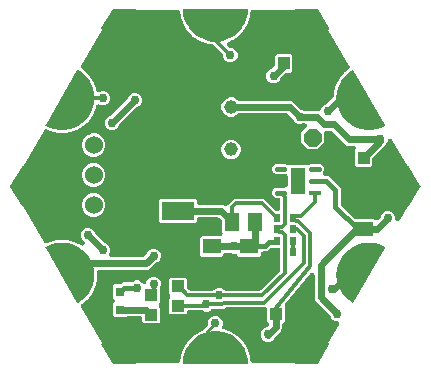
<source format=gbr>
G04 EAGLE Gerber RS-274X export*
G75*
%MOMM*%
%FSLAX34Y34*%
%LPD*%
%INTop Copper*%
%IPPOS*%
%AMOC8*
5,1,8,0,0,1.08239X$1,22.5*%
G01*
%ADD10R,0.800000X0.800000*%
%ADD11R,1.100000X1.000000*%
%ADD12P,1.649562X8X22.500000*%
%ADD13R,1.000000X1.100000*%
%ADD14C,1.000000*%
%ADD15C,1.158000*%
%ADD16R,1.158000X1.158000*%
%ADD17R,0.600000X0.720000*%
%ADD18R,1.010000X0.392000*%
%ADD19C,0.392000*%
%ADD20R,1.295200X2.246000*%
%ADD21R,1.500000X1.300000*%
%ADD22R,1.300000X1.500000*%
%ADD23C,1.524000*%
%ADD24R,2.700000X1.600000*%
%ADD25C,0.756400*%
%ADD26C,0.609600*%
%ADD27C,0.304800*%
%ADD28C,0.406400*%
%ADD29C,0.254000*%
%ADD30C,0.355600*%

G36*
X278503Y190819D02*
X278503Y190819D01*
X278531Y190816D01*
X278599Y190839D01*
X278670Y190853D01*
X278693Y190869D01*
X278720Y190878D01*
X278775Y190925D01*
X278834Y190965D01*
X278849Y190989D01*
X278871Y191008D01*
X278902Y191072D01*
X278941Y191133D01*
X278946Y191161D01*
X278958Y191186D01*
X278967Y191288D01*
X278974Y191329D01*
X278972Y191339D01*
X278973Y191352D01*
X278916Y192067D01*
X314452Y192067D01*
X314595Y192081D01*
X314740Y192088D01*
X314796Y192101D01*
X314853Y192107D01*
X314990Y192149D01*
X315131Y192184D01*
X315183Y192208D01*
X315238Y192225D01*
X315365Y192294D01*
X315495Y192355D01*
X315541Y192390D01*
X315592Y192417D01*
X315703Y192509D01*
X315818Y192595D01*
X315857Y192638D01*
X315901Y192675D01*
X315991Y192787D01*
X316088Y192894D01*
X316117Y192944D01*
X316153Y192989D01*
X316220Y193116D01*
X316293Y193240D01*
X316312Y193295D01*
X316339Y193346D01*
X316379Y193484D01*
X316426Y193620D01*
X316437Y193685D01*
X316450Y193733D01*
X316457Y193816D01*
X316478Y193948D01*
X316479Y193965D01*
X316477Y194041D01*
X316485Y194117D01*
X316483Y194133D01*
X316483Y194134D01*
X316482Y194142D01*
X316472Y194242D01*
X316469Y194368D01*
X316452Y194442D01*
X316445Y194517D01*
X316408Y194637D01*
X316383Y194745D01*
X316579Y195605D01*
X316588Y195671D01*
X316602Y195762D01*
X316603Y195764D01*
X316603Y195767D01*
X316625Y195905D01*
X316691Y196790D01*
X316724Y196830D01*
X316783Y196941D01*
X316849Y197047D01*
X316877Y197118D01*
X316912Y197186D01*
X316962Y197341D01*
X316993Y197423D01*
X316999Y197459D01*
X317012Y197502D01*
X317205Y198345D01*
X317214Y198421D01*
X317233Y198495D01*
X317240Y198620D01*
X317255Y198745D01*
X317250Y198821D01*
X317253Y198898D01*
X317235Y199021D01*
X317227Y199133D01*
X317549Y199953D01*
X317567Y200017D01*
X317638Y200243D01*
X317835Y201108D01*
X317874Y201143D01*
X317949Y201244D01*
X318031Y201339D01*
X318068Y201405D01*
X318114Y201467D01*
X318185Y201613D01*
X318228Y201689D01*
X318239Y201723D01*
X318260Y201765D01*
X318576Y202570D01*
X318596Y202643D01*
X318626Y202714D01*
X318651Y202836D01*
X318685Y202957D01*
X318691Y203034D01*
X318706Y203108D01*
X318706Y203234D01*
X318714Y203345D01*
X319155Y204108D01*
X319183Y204169D01*
X319287Y204382D01*
X319611Y205208D01*
X319654Y205236D01*
X319743Y205325D01*
X319838Y205406D01*
X319885Y205467D01*
X319939Y205521D01*
X320032Y205655D01*
X320086Y205724D01*
X320102Y205756D01*
X320128Y205794D01*
X320560Y206542D01*
X320592Y206612D01*
X320632Y206678D01*
X320675Y206795D01*
X320726Y206909D01*
X320743Y206984D01*
X320770Y207056D01*
X320788Y207180D01*
X320813Y207289D01*
X321363Y207977D01*
X321399Y208034D01*
X321534Y208228D01*
X321977Y208997D01*
X322025Y209019D01*
X322126Y209093D01*
X322232Y209159D01*
X322287Y209212D01*
X322349Y209257D01*
X322461Y209376D01*
X322524Y209436D01*
X322545Y209466D01*
X322576Y209499D01*
X323115Y210175D01*
X323157Y210240D01*
X323206Y210298D01*
X323266Y210408D01*
X323334Y210513D01*
X323362Y210585D01*
X323399Y210652D01*
X323436Y210771D01*
X323477Y210875D01*
X324122Y211474D01*
X324167Y211525D01*
X324329Y211697D01*
X324882Y212391D01*
X324932Y212405D01*
X325043Y212464D01*
X325158Y212514D01*
X325221Y212558D01*
X325288Y212593D01*
X325417Y212694D01*
X325488Y212744D01*
X325513Y212770D01*
X325549Y212798D01*
X326183Y213386D01*
X326234Y213444D01*
X326291Y213494D01*
X326367Y213594D01*
X326450Y213688D01*
X326488Y213754D01*
X326534Y213815D01*
X326589Y213928D01*
X326645Y214025D01*
X327373Y214521D01*
X327424Y214564D01*
X327610Y214710D01*
X328260Y215314D01*
X328312Y215321D01*
X328430Y215362D01*
X328552Y215395D01*
X328620Y215428D01*
X328692Y215454D01*
X328834Y215534D01*
X328912Y215573D01*
X328941Y215595D01*
X328981Y215618D01*
X329695Y216105D01*
X329754Y216154D01*
X329818Y216195D01*
X329908Y216283D01*
X330004Y216363D01*
X330052Y216423D01*
X330106Y216476D01*
X330177Y216580D01*
X330247Y216667D01*
X331040Y217049D01*
X331098Y217084D01*
X331303Y217201D01*
X332037Y217701D01*
X332089Y217700D01*
X332212Y217723D01*
X332337Y217737D01*
X332409Y217761D01*
X332485Y217775D01*
X332637Y217833D01*
X332720Y217860D01*
X332751Y217877D01*
X332794Y217894D01*
X333573Y218269D01*
X333639Y218309D01*
X333708Y218340D01*
X333810Y218413D01*
X333917Y218479D01*
X333973Y218531D01*
X334035Y218575D01*
X334120Y218667D01*
X334212Y218752D01*
X334233Y218780D01*
X334254Y218793D01*
X334324Y218822D01*
X334428Y218893D01*
X334538Y218956D01*
X334605Y219013D01*
X334657Y219048D01*
X334708Y219101D01*
X334791Y219171D01*
X337259Y221639D01*
X339411Y223791D01*
X339428Y223812D01*
X339449Y223830D01*
X339556Y223967D01*
X339666Y224103D01*
X339679Y224126D01*
X339695Y224148D01*
X339773Y224305D01*
X339855Y224459D01*
X339863Y224484D01*
X339875Y224508D01*
X339920Y224678D01*
X339970Y224844D01*
X339972Y224871D01*
X339979Y224897D01*
X340006Y225228D01*
X340006Y226632D01*
X340930Y228863D01*
X342637Y230570D01*
X344868Y231494D01*
X347282Y231494D01*
X349513Y230570D01*
X351220Y228863D01*
X352144Y226632D01*
X352144Y224218D01*
X351666Y223065D01*
X351648Y223005D01*
X351622Y222947D01*
X351590Y222812D01*
X351550Y222680D01*
X351544Y222617D01*
X351529Y222555D01*
X351525Y222417D01*
X351512Y222279D01*
X351518Y222216D01*
X351516Y222153D01*
X351539Y222016D01*
X351553Y221879D01*
X351572Y221818D01*
X351583Y221756D01*
X351632Y221627D01*
X351673Y221494D01*
X351703Y221439D01*
X351726Y221380D01*
X351800Y221263D01*
X351866Y221141D01*
X351907Y221093D01*
X351941Y221039D01*
X352036Y220939D01*
X352126Y220833D01*
X352175Y220793D01*
X352219Y220748D01*
X352332Y220668D01*
X352440Y220582D01*
X352497Y220553D01*
X352548Y220517D01*
X352675Y220461D01*
X352799Y220398D01*
X352859Y220381D01*
X352917Y220355D01*
X353105Y220311D01*
X353186Y220288D01*
X353210Y220286D01*
X353240Y220279D01*
X353733Y220205D01*
X353771Y220169D01*
X353877Y220102D01*
X353977Y220028D01*
X354047Y219995D01*
X354111Y219955D01*
X354263Y219894D01*
X354342Y219857D01*
X354377Y219848D01*
X354419Y219831D01*
X355246Y219576D01*
X355321Y219561D01*
X355393Y219537D01*
X355517Y219521D01*
X355640Y219496D01*
X355717Y219496D01*
X355793Y219487D01*
X355918Y219496D01*
X356029Y219496D01*
X356823Y219114D01*
X356886Y219090D01*
X357106Y219003D01*
X357954Y218741D01*
X357986Y218700D01*
X358081Y218618D01*
X358169Y218529D01*
X358233Y218487D01*
X358291Y218437D01*
X358431Y218354D01*
X358504Y218306D01*
X358537Y218292D01*
X358577Y218269D01*
X359356Y217894D01*
X359427Y217868D01*
X359496Y217833D01*
X359616Y217799D01*
X359734Y217756D01*
X359810Y217744D01*
X359883Y217724D01*
X360008Y217714D01*
X360118Y217697D01*
X360847Y217201D01*
X360906Y217169D01*
X361110Y217049D01*
X361909Y216664D01*
X361934Y216619D01*
X362016Y216524D01*
X362090Y216423D01*
X362147Y216371D01*
X362197Y216313D01*
X362324Y216211D01*
X362388Y216152D01*
X362419Y216133D01*
X362455Y216105D01*
X363169Y215618D01*
X363236Y215581D01*
X363298Y215536D01*
X363413Y215485D01*
X363523Y215425D01*
X363596Y215402D01*
X363665Y215371D01*
X363788Y215343D01*
X363894Y215310D01*
X364540Y214710D01*
X364594Y214670D01*
X364777Y214521D01*
X365511Y214021D01*
X365529Y213972D01*
X365596Y213866D01*
X365654Y213755D01*
X365702Y213696D01*
X365743Y213631D01*
X365853Y213511D01*
X365908Y213443D01*
X365936Y213420D01*
X365967Y213386D01*
X366601Y212798D01*
X366662Y212752D01*
X366716Y212699D01*
X366822Y212631D01*
X366922Y212555D01*
X366990Y212522D01*
X367055Y212480D01*
X367171Y212434D01*
X367272Y212386D01*
X367821Y211697D01*
X367868Y211649D01*
X368028Y211474D01*
X368678Y210871D01*
X368689Y210820D01*
X368739Y210705D01*
X368780Y210587D01*
X368819Y210521D01*
X368850Y210451D01*
X368941Y210315D01*
X368985Y210240D01*
X369009Y210213D01*
X369035Y210175D01*
X369574Y209499D01*
X369627Y209444D01*
X369673Y209383D01*
X369767Y209301D01*
X369855Y209211D01*
X369918Y209168D01*
X369975Y209117D01*
X370084Y209054D01*
X370176Y208991D01*
X370616Y208228D01*
X370656Y208174D01*
X370787Y207977D01*
X371341Y207284D01*
X371344Y207231D01*
X371376Y207110D01*
X371399Y206987D01*
X371428Y206916D01*
X371448Y206842D01*
X371518Y206695D01*
X371550Y206614D01*
X371570Y206584D01*
X371590Y206543D01*
X372022Y205794D01*
X372067Y205731D01*
X372103Y205664D01*
X372184Y205569D01*
X372257Y205467D01*
X372313Y205415D01*
X372362Y205356D01*
X372460Y205278D01*
X372541Y205202D01*
X372863Y204382D01*
X372894Y204322D01*
X372995Y204108D01*
X373439Y203340D01*
X373434Y203288D01*
X373448Y203163D01*
X373453Y203038D01*
X373470Y202963D01*
X373479Y202887D01*
X373526Y202731D01*
X373546Y202646D01*
X373561Y202614D01*
X373574Y202570D01*
X373890Y201765D01*
X373925Y201697D01*
X373951Y201625D01*
X374017Y201518D01*
X374074Y201406D01*
X374122Y201346D01*
X374161Y201281D01*
X374246Y201190D01*
X374316Y201102D01*
X374512Y200243D01*
X374533Y200179D01*
X374601Y199953D01*
X374926Y199127D01*
X374913Y199076D01*
X374909Y198951D01*
X374894Y198826D01*
X374901Y198750D01*
X374898Y198674D01*
X374921Y198512D01*
X374929Y198425D01*
X374939Y198391D01*
X374945Y198345D01*
X375138Y197502D01*
X375162Y197430D01*
X375177Y197355D01*
X375226Y197239D01*
X375266Y197121D01*
X375304Y197054D01*
X375333Y196984D01*
X375404Y196880D01*
X375460Y196784D01*
X375525Y195905D01*
X375537Y195839D01*
X375571Y195605D01*
X375768Y194740D01*
X375749Y194693D01*
X375725Y194569D01*
X375692Y194447D01*
X375688Y194372D01*
X375673Y194297D01*
X375672Y194133D01*
X375670Y194107D01*
X375667Y194063D01*
X375667Y194059D01*
X375666Y194045D01*
X375671Y194010D01*
X375671Y193965D01*
X375672Y193948D01*
X375697Y193806D01*
X375714Y193663D01*
X375732Y193608D01*
X375742Y193551D01*
X375794Y193417D01*
X375839Y193280D01*
X375867Y193230D01*
X375888Y193176D01*
X375966Y193055D01*
X376036Y192930D01*
X376074Y192886D01*
X376105Y192838D01*
X376206Y192734D01*
X376300Y192625D01*
X376345Y192590D01*
X376385Y192548D01*
X376504Y192466D01*
X376618Y192378D01*
X376669Y192353D01*
X376717Y192320D01*
X376849Y192263D01*
X376978Y192199D01*
X377034Y192184D01*
X377087Y192161D01*
X377228Y192132D01*
X377367Y192094D01*
X377433Y192089D01*
X377481Y192079D01*
X377564Y192078D01*
X377698Y192067D01*
X413234Y192067D01*
X413177Y191352D01*
X413181Y191324D01*
X413176Y191296D01*
X413193Y191226D01*
X413201Y191155D01*
X413216Y191130D01*
X413222Y191103D01*
X413265Y191045D01*
X413301Y190982D01*
X413323Y190965D01*
X413340Y190942D01*
X413402Y190906D01*
X413459Y190862D01*
X413487Y190855D01*
X413511Y190841D01*
X413611Y190824D01*
X413652Y190814D01*
X413662Y190815D01*
X413675Y190813D01*
X432675Y190813D01*
X432751Y190829D01*
X432829Y190837D01*
X432848Y190848D01*
X432870Y190853D01*
X432934Y190897D01*
X433002Y190935D01*
X433018Y190954D01*
X433034Y190965D01*
X433058Y191003D01*
X433108Y191063D01*
X442608Y207563D01*
X442617Y207591D01*
X442633Y207614D01*
X442648Y207684D01*
X442671Y207752D01*
X442668Y207781D01*
X442674Y207809D01*
X442661Y207879D01*
X442655Y207950D01*
X442642Y207976D01*
X442636Y208004D01*
X442596Y208063D01*
X442563Y208127D01*
X442541Y208145D01*
X442525Y208169D01*
X442442Y208226D01*
X442410Y208253D01*
X442399Y208256D01*
X442389Y208264D01*
X441761Y208560D01*
X450818Y224247D01*
X450878Y224380D01*
X450945Y224510D01*
X450961Y224563D01*
X450983Y224614D01*
X451016Y224756D01*
X451057Y224897D01*
X451061Y224952D01*
X451074Y225006D01*
X451078Y225152D01*
X451089Y225298D01*
X451083Y225353D01*
X451085Y225409D01*
X451060Y225553D01*
X451043Y225698D01*
X451025Y225751D01*
X451016Y225805D01*
X450963Y225941D01*
X450918Y226081D01*
X450890Y226129D01*
X450870Y226181D01*
X450792Y226304D01*
X450720Y226431D01*
X450684Y226473D01*
X450654Y226520D01*
X450552Y226626D01*
X450457Y226736D01*
X450413Y226770D01*
X450374Y226810D01*
X450254Y226893D01*
X450139Y226983D01*
X450089Y227008D01*
X450043Y227039D01*
X449909Y227097D01*
X449778Y227162D01*
X449724Y227177D01*
X449673Y227198D01*
X449531Y227229D01*
X449389Y227267D01*
X449326Y227272D01*
X449280Y227282D01*
X449196Y227283D01*
X449059Y227294D01*
X448055Y227294D01*
X445825Y228218D01*
X444118Y229925D01*
X443538Y231324D01*
X443524Y231351D01*
X443514Y231381D01*
X443429Y231528D01*
X443348Y231678D01*
X443328Y231702D01*
X443313Y231730D01*
X443098Y231983D01*
X432584Y242496D01*
X430798Y244283D01*
X429986Y246243D01*
X429986Y266089D01*
X429975Y266197D01*
X429974Y266306D01*
X429955Y266397D01*
X429946Y266490D01*
X429914Y266594D01*
X429892Y266700D01*
X429855Y266786D01*
X429828Y266875D01*
X429776Y266970D01*
X429733Y267070D01*
X429680Y267147D01*
X429636Y267229D01*
X429567Y267312D01*
X429505Y267402D01*
X429438Y267467D01*
X429378Y267538D01*
X429294Y267606D01*
X429216Y267682D01*
X429137Y267732D01*
X429064Y267791D01*
X428968Y267840D01*
X428877Y267899D01*
X428790Y267933D01*
X428707Y267976D01*
X428603Y268006D01*
X428502Y268046D01*
X428410Y268062D01*
X428320Y268087D01*
X428212Y268096D01*
X428105Y268115D01*
X428012Y268113D01*
X427919Y268120D01*
X427811Y268108D01*
X427703Y268105D01*
X427612Y268084D01*
X427519Y268073D01*
X427416Y268040D01*
X427310Y268016D01*
X427225Y267978D01*
X427136Y267949D01*
X427042Y267895D01*
X426943Y267851D01*
X426867Y267797D01*
X426786Y267751D01*
X426704Y267680D01*
X426615Y267617D01*
X426538Y267536D01*
X426481Y267488D01*
X426444Y267439D01*
X426385Y267378D01*
X405186Y241557D01*
X405114Y241450D01*
X405035Y241348D01*
X405003Y241283D01*
X404962Y241222D01*
X404913Y241103D01*
X404856Y240988D01*
X404837Y240917D01*
X404809Y240850D01*
X404785Y240723D01*
X404751Y240599D01*
X404744Y240514D01*
X404733Y240454D01*
X404733Y240379D01*
X404724Y240268D01*
X404724Y226915D01*
X403367Y225558D01*
X403350Y225538D01*
X403330Y225520D01*
X403223Y225382D01*
X403112Y225247D01*
X403100Y225223D01*
X403083Y225202D01*
X403005Y225045D01*
X402923Y224891D01*
X402916Y224866D01*
X402904Y224841D01*
X402858Y224672D01*
X402809Y224505D01*
X402806Y224479D01*
X402799Y224453D01*
X402772Y224122D01*
X402772Y221189D01*
X401960Y219228D01*
X396292Y213560D01*
X396272Y213536D01*
X396248Y213515D01*
X396144Y213380D01*
X396037Y213248D01*
X396022Y213221D01*
X396003Y213196D01*
X395851Y212901D01*
X395670Y212462D01*
X393963Y210755D01*
X391732Y209831D01*
X389318Y209831D01*
X387087Y210755D01*
X385380Y212462D01*
X384456Y214693D01*
X384456Y217107D01*
X385380Y219338D01*
X387087Y221045D01*
X389446Y222022D01*
X389474Y222037D01*
X389503Y222047D01*
X389651Y222132D01*
X389801Y222212D01*
X389825Y222232D01*
X389852Y222248D01*
X390105Y222462D01*
X390918Y223275D01*
X390930Y223289D01*
X390943Y223301D01*
X391057Y223444D01*
X391173Y223587D01*
X391182Y223603D01*
X391193Y223617D01*
X391275Y223779D01*
X391362Y223942D01*
X391367Y223960D01*
X391375Y223975D01*
X391424Y224152D01*
X391477Y224328D01*
X391478Y224346D01*
X391483Y224363D01*
X391497Y224546D01*
X391513Y224729D01*
X391511Y224747D01*
X391513Y224765D01*
X391490Y224947D01*
X391470Y225130D01*
X391464Y225147D01*
X391462Y225164D01*
X391404Y225339D01*
X391348Y225513D01*
X391340Y225529D01*
X391334Y225546D01*
X391242Y225705D01*
X391153Y225866D01*
X391142Y225879D01*
X391133Y225895D01*
X390918Y226148D01*
X390151Y226915D01*
X390151Y237046D01*
X390149Y237063D01*
X390150Y237081D01*
X390129Y237263D01*
X390111Y237446D01*
X390106Y237463D01*
X390104Y237481D01*
X390047Y237655D01*
X389993Y237831D01*
X389984Y237847D01*
X389979Y237864D01*
X389888Y238024D01*
X389801Y238185D01*
X389790Y238199D01*
X389781Y238214D01*
X389661Y238354D01*
X389543Y238494D01*
X389529Y238506D01*
X389518Y238519D01*
X389373Y238632D01*
X389229Y238747D01*
X389214Y238755D01*
X389200Y238766D01*
X389035Y238848D01*
X388872Y238932D01*
X388855Y238937D01*
X388839Y238945D01*
X388661Y238993D01*
X388485Y239044D01*
X388467Y239045D01*
X388450Y239050D01*
X388120Y239077D01*
X356057Y239077D01*
X356030Y239074D01*
X356003Y239076D01*
X355829Y239054D01*
X355656Y239037D01*
X355630Y239029D01*
X355604Y239026D01*
X355438Y238970D01*
X355271Y238919D01*
X355247Y238906D01*
X355222Y238897D01*
X355070Y238810D01*
X354917Y238727D01*
X354897Y238710D01*
X354873Y238697D01*
X354620Y238482D01*
X353628Y237489D01*
X343751Y237489D01*
X343724Y237487D01*
X343697Y237489D01*
X343524Y237467D01*
X343350Y237449D01*
X343324Y237441D01*
X343298Y237438D01*
X343132Y237383D01*
X342965Y237331D01*
X342941Y237318D01*
X342916Y237310D01*
X342764Y237223D01*
X342611Y237139D01*
X342591Y237122D01*
X342567Y237109D01*
X342314Y236894D01*
X341575Y236155D01*
X339345Y235231D01*
X336930Y235231D01*
X334327Y236310D01*
X334297Y236319D01*
X334269Y236333D01*
X334105Y236377D01*
X333942Y236426D01*
X333910Y236429D01*
X333880Y236437D01*
X333550Y236464D01*
X324143Y236464D01*
X324125Y236462D01*
X324107Y236464D01*
X323925Y236443D01*
X323742Y236424D01*
X323725Y236419D01*
X323708Y236417D01*
X323533Y236360D01*
X323357Y236306D01*
X323342Y236298D01*
X323325Y236292D01*
X323165Y236202D01*
X323003Y236114D01*
X322990Y236103D01*
X322974Y236094D01*
X322835Y235974D01*
X322694Y235857D01*
X322683Y235843D01*
X322669Y235831D01*
X322557Y235686D01*
X322442Y235543D01*
X322434Y235527D01*
X322423Y235513D01*
X322341Y235348D01*
X322256Y235186D01*
X322251Y235169D01*
X322243Y235153D01*
X322196Y234974D01*
X322145Y234799D01*
X322143Y234781D01*
X322139Y234764D01*
X322112Y234433D01*
X322112Y234328D01*
X320772Y232988D01*
X307878Y232988D01*
X306538Y234328D01*
X306538Y246222D01*
X307323Y247007D01*
X307335Y247021D01*
X307348Y247033D01*
X307463Y247177D01*
X307579Y247319D01*
X307587Y247335D01*
X307598Y247349D01*
X307681Y247513D01*
X307767Y247675D01*
X307772Y247692D01*
X307780Y247708D01*
X307830Y247885D01*
X307882Y248061D01*
X307884Y248078D01*
X307888Y248096D01*
X307902Y248279D01*
X307918Y248461D01*
X307916Y248479D01*
X307918Y248497D01*
X307895Y248679D01*
X307875Y248862D01*
X307870Y248879D01*
X307867Y248896D01*
X307809Y249070D01*
X307753Y249246D01*
X307745Y249261D01*
X307739Y249278D01*
X307648Y249437D01*
X307559Y249598D01*
X307547Y249612D01*
X307538Y249627D01*
X307324Y249880D01*
X306538Y250665D01*
X306538Y262560D01*
X307878Y263899D01*
X320772Y263899D01*
X322112Y262560D01*
X322112Y255619D01*
X322114Y255592D01*
X322112Y255566D01*
X322134Y255392D01*
X322152Y255218D01*
X322159Y255193D01*
X322163Y255166D01*
X322218Y255000D01*
X322270Y254833D01*
X322283Y254810D01*
X322291Y254784D01*
X322378Y254633D01*
X322462Y254479D01*
X322479Y254459D01*
X322492Y254436D01*
X322707Y254183D01*
X323246Y253643D01*
X323267Y253626D01*
X323284Y253606D01*
X323422Y253499D01*
X323558Y253388D01*
X323581Y253376D01*
X323602Y253359D01*
X323759Y253281D01*
X323913Y253199D01*
X323939Y253192D01*
X323963Y253180D01*
X324132Y253134D01*
X324299Y253085D01*
X324326Y253082D01*
X324352Y253075D01*
X324682Y253048D01*
X343637Y253048D01*
X343663Y253051D01*
X343690Y253049D01*
X343864Y253071D01*
X344038Y253088D01*
X344063Y253096D01*
X344090Y253099D01*
X344255Y253155D01*
X344422Y253206D01*
X344446Y253219D01*
X344471Y253228D01*
X344623Y253315D01*
X344776Y253398D01*
X344797Y253415D01*
X344820Y253428D01*
X345073Y253643D01*
X345812Y254382D01*
X348043Y255306D01*
X350457Y255306D01*
X352688Y254382D01*
X353427Y253643D01*
X353447Y253626D01*
X353465Y253606D01*
X353603Y253499D01*
X353738Y253388D01*
X353762Y253376D01*
X353783Y253359D01*
X353939Y253281D01*
X354094Y253199D01*
X354120Y253192D01*
X354144Y253180D01*
X354313Y253134D01*
X354480Y253085D01*
X354507Y253082D01*
X354532Y253075D01*
X354863Y253048D01*
X383343Y253048D01*
X383369Y253051D01*
X383396Y253049D01*
X383570Y253071D01*
X383743Y253088D01*
X383769Y253096D01*
X383795Y253099D01*
X383961Y253155D01*
X384128Y253206D01*
X384152Y253219D01*
X384177Y253228D01*
X384329Y253315D01*
X384482Y253398D01*
X384503Y253415D01*
X384526Y253428D01*
X384779Y253643D01*
X400407Y269271D01*
X400424Y269292D01*
X400444Y269309D01*
X400551Y269447D01*
X400662Y269583D01*
X400674Y269606D01*
X400691Y269627D01*
X400769Y269784D01*
X400851Y269938D01*
X400858Y269964D01*
X400870Y269988D01*
X400916Y270157D01*
X400965Y270324D01*
X400968Y270351D01*
X400975Y270377D01*
X401002Y270707D01*
X401002Y287270D01*
X401000Y287287D01*
X401001Y287305D01*
X400980Y287487D01*
X400962Y287670D01*
X400957Y287687D01*
X400955Y287705D01*
X400898Y287879D01*
X400844Y288055D01*
X400835Y288071D01*
X400830Y288088D01*
X400739Y288248D01*
X400652Y288409D01*
X400641Y288423D01*
X400632Y288438D01*
X400512Y288578D01*
X400394Y288718D01*
X400380Y288730D01*
X400369Y288743D01*
X400224Y288856D01*
X400080Y288971D01*
X400065Y288979D01*
X400051Y288990D01*
X399886Y289072D01*
X399723Y289156D01*
X399706Y289161D01*
X399690Y289169D01*
X399512Y289217D01*
X399336Y289268D01*
X399318Y289269D01*
X399301Y289274D01*
X398971Y289301D01*
X393412Y289301D01*
X393385Y289298D01*
X393358Y289300D01*
X393184Y289278D01*
X393011Y289261D01*
X392985Y289253D01*
X392959Y289250D01*
X392793Y289194D01*
X392626Y289143D01*
X392602Y289130D01*
X392577Y289121D01*
X392426Y289034D01*
X392272Y288951D01*
X392251Y288934D01*
X392228Y288920D01*
X391975Y288706D01*
X391596Y288327D01*
X390096Y286826D01*
X388508Y286169D01*
X386468Y286169D01*
X386450Y286167D01*
X386432Y286168D01*
X386250Y286147D01*
X386067Y286129D01*
X386050Y286124D01*
X386033Y286122D01*
X385858Y286065D01*
X385682Y286011D01*
X385667Y286002D01*
X385650Y285997D01*
X385490Y285906D01*
X385328Y285819D01*
X385315Y285808D01*
X385299Y285799D01*
X385160Y285679D01*
X385019Y285561D01*
X385008Y285547D01*
X384994Y285536D01*
X384882Y285391D01*
X384767Y285247D01*
X384759Y285232D01*
X384748Y285218D01*
X384666Y285053D01*
X384581Y284890D01*
X384576Y284873D01*
X384568Y284857D01*
X384521Y284679D01*
X384470Y284503D01*
X384468Y284485D01*
X384464Y284468D01*
X384437Y284138D01*
X384437Y283040D01*
X383097Y281701D01*
X366203Y281701D01*
X364705Y283199D01*
X364697Y283214D01*
X364691Y283231D01*
X364601Y283391D01*
X364513Y283552D01*
X364502Y283566D01*
X364493Y283581D01*
X364373Y283721D01*
X364256Y283861D01*
X364242Y283873D01*
X364230Y283886D01*
X364085Y283999D01*
X363942Y284114D01*
X363926Y284122D01*
X363912Y284133D01*
X363747Y284215D01*
X363585Y284299D01*
X363568Y284304D01*
X363552Y284312D01*
X363373Y284360D01*
X363198Y284411D01*
X363180Y284412D01*
X363163Y284417D01*
X362832Y284444D01*
X360743Y284444D01*
X359344Y285023D01*
X359314Y285032D01*
X359286Y285046D01*
X359122Y285090D01*
X358959Y285140D01*
X358928Y285143D01*
X358898Y285151D01*
X358567Y285178D01*
X354718Y285178D01*
X354700Y285176D01*
X354682Y285177D01*
X354500Y285156D01*
X354317Y285138D01*
X354300Y285133D01*
X354283Y285131D01*
X354108Y285074D01*
X353932Y285020D01*
X353917Y285011D01*
X353900Y285006D01*
X353740Y284915D01*
X353578Y284828D01*
X353565Y284817D01*
X353549Y284808D01*
X353410Y284688D01*
X353269Y284570D01*
X353258Y284556D01*
X353244Y284545D01*
X353132Y284400D01*
X353017Y284256D01*
X353009Y284241D01*
X352998Y284227D01*
X352916Y284062D01*
X352831Y283899D01*
X352826Y283882D01*
X352818Y283866D01*
X352771Y283688D01*
X352720Y283512D01*
X352718Y283494D01*
X352714Y283477D01*
X352687Y283147D01*
X352687Y283040D01*
X351347Y281701D01*
X334453Y281701D01*
X333113Y283040D01*
X333113Y297935D01*
X334453Y299274D01*
X350125Y299274D01*
X350134Y299275D01*
X350143Y299274D01*
X350334Y299295D01*
X350526Y299314D01*
X350535Y299317D01*
X350544Y299318D01*
X350727Y299376D01*
X350911Y299432D01*
X350919Y299437D01*
X350927Y299439D01*
X351096Y299532D01*
X351265Y299624D01*
X351272Y299630D01*
X351280Y299634D01*
X351426Y299758D01*
X351574Y299882D01*
X351580Y299889D01*
X351587Y299895D01*
X351706Y300046D01*
X351827Y300196D01*
X351831Y300203D01*
X351836Y300210D01*
X351924Y300384D01*
X352012Y300553D01*
X352015Y300561D01*
X352019Y300569D01*
X352071Y300756D01*
X352124Y300940D01*
X352124Y300949D01*
X352127Y300957D01*
X352141Y301147D01*
X352156Y301341D01*
X352155Y301350D01*
X352156Y301359D01*
X352132Y301550D01*
X352110Y301741D01*
X352107Y301749D01*
X352106Y301758D01*
X352044Y301940D01*
X351985Y302124D01*
X351980Y302131D01*
X351977Y302140D01*
X351881Y302307D01*
X351787Y302474D01*
X351781Y302481D01*
X351776Y302489D01*
X351601Y302696D01*
X351601Y311551D01*
X351598Y311577D01*
X351600Y311604D01*
X351578Y311778D01*
X351561Y311952D01*
X351553Y311977D01*
X351550Y312004D01*
X351494Y312169D01*
X351443Y312336D01*
X351430Y312360D01*
X351421Y312385D01*
X351334Y312537D01*
X351251Y312690D01*
X351234Y312711D01*
X351221Y312734D01*
X351006Y312987D01*
X349535Y314458D01*
X349515Y314475D01*
X349497Y314495D01*
X349359Y314602D01*
X349224Y314713D01*
X349200Y314725D01*
X349179Y314742D01*
X349022Y314820D01*
X348868Y314902D01*
X348843Y314909D01*
X348818Y314921D01*
X348649Y314967D01*
X348482Y315016D01*
X348456Y315019D01*
X348430Y315026D01*
X348099Y315053D01*
X332143Y315053D01*
X332125Y315051D01*
X332107Y315052D01*
X331925Y315031D01*
X331742Y315013D01*
X331725Y315008D01*
X331708Y315006D01*
X331533Y314949D01*
X331357Y314895D01*
X331342Y314886D01*
X331325Y314881D01*
X331165Y314790D01*
X331003Y314703D01*
X330990Y314692D01*
X330974Y314683D01*
X330835Y314563D01*
X330694Y314445D01*
X330683Y314431D01*
X330669Y314420D01*
X330557Y314275D01*
X330442Y314131D01*
X330434Y314116D01*
X330423Y314102D01*
X330341Y313937D01*
X330256Y313774D01*
X330251Y313757D01*
X330243Y313741D01*
X330196Y313563D01*
X330145Y313387D01*
X330143Y313369D01*
X330139Y313352D01*
X330112Y313022D01*
X330112Y311440D01*
X328772Y310101D01*
X299878Y310101D01*
X298538Y311440D01*
X298538Y329335D01*
X299878Y330674D01*
X328772Y330674D01*
X330112Y329335D01*
X330112Y327753D01*
X330114Y327736D01*
X330112Y327718D01*
X330133Y327536D01*
X330152Y327353D01*
X330157Y327336D01*
X330159Y327318D01*
X330216Y327144D01*
X330270Y326968D01*
X330278Y326952D01*
X330284Y326935D01*
X330374Y326775D01*
X330462Y326614D01*
X330473Y326600D01*
X330482Y326585D01*
X330602Y326445D01*
X330719Y326305D01*
X330733Y326293D01*
X330745Y326280D01*
X330890Y326167D01*
X331033Y326052D01*
X331049Y326044D01*
X331063Y326033D01*
X331228Y325951D01*
X331390Y325867D01*
X331407Y325862D01*
X331423Y325854D01*
X331602Y325806D01*
X331777Y325755D01*
X331795Y325754D01*
X331812Y325749D01*
X332143Y325722D01*
X352211Y325722D01*
X354234Y324884D01*
X354256Y324878D01*
X354275Y324868D01*
X354448Y324820D01*
X354620Y324768D01*
X354642Y324766D01*
X354663Y324760D01*
X354843Y324747D01*
X355020Y324730D01*
X355043Y324732D01*
X355065Y324730D01*
X355243Y324753D01*
X355421Y324771D01*
X355442Y324778D01*
X355464Y324781D01*
X355634Y324838D01*
X355805Y324891D01*
X355825Y324902D01*
X355846Y324909D01*
X356001Y324998D01*
X356158Y325084D01*
X356176Y325099D01*
X356195Y325110D01*
X356448Y325325D01*
X359404Y328281D01*
X361959Y330836D01*
X386953Y330836D01*
X396720Y321069D01*
X396741Y321052D01*
X396758Y321032D01*
X396896Y320925D01*
X397032Y320814D01*
X397055Y320802D01*
X397076Y320785D01*
X397233Y320707D01*
X397387Y320625D01*
X397413Y320618D01*
X397437Y320606D01*
X397606Y320560D01*
X397773Y320511D01*
X397800Y320508D01*
X397826Y320501D01*
X398156Y320474D01*
X398971Y320474D01*
X398988Y320476D01*
X399006Y320475D01*
X399188Y320496D01*
X399371Y320514D01*
X399388Y320519D01*
X399406Y320521D01*
X399580Y320578D01*
X399756Y320632D01*
X399772Y320641D01*
X399789Y320646D01*
X399949Y320737D01*
X400110Y320824D01*
X400124Y320835D01*
X400139Y320844D01*
X400279Y320964D01*
X400419Y321082D01*
X400431Y321096D01*
X400444Y321107D01*
X400557Y321252D01*
X400672Y321396D01*
X400680Y321411D01*
X400691Y321425D01*
X400773Y321590D01*
X400857Y321753D01*
X400862Y321770D01*
X400870Y321786D01*
X400918Y321964D01*
X400969Y322140D01*
X400970Y322158D01*
X400975Y322175D01*
X401002Y322505D01*
X401002Y329797D01*
X401000Y329815D01*
X401001Y329833D01*
X400980Y330015D01*
X400962Y330198D01*
X400957Y330215D01*
X400955Y330232D01*
X400898Y330407D01*
X400844Y330583D01*
X400835Y330598D01*
X400830Y330615D01*
X400739Y330775D01*
X400652Y330937D01*
X400641Y330950D01*
X400632Y330966D01*
X400512Y331105D01*
X400394Y331246D01*
X400380Y331257D01*
X400369Y331271D01*
X400224Y331383D01*
X400080Y331498D01*
X400065Y331506D01*
X400051Y331517D01*
X399886Y331599D01*
X399723Y331684D01*
X399706Y331689D01*
X399690Y331697D01*
X399512Y331744D01*
X399336Y331795D01*
X399318Y331797D01*
X399301Y331801D01*
X398971Y331828D01*
X397480Y331828D01*
X395919Y332475D01*
X394725Y333669D01*
X394078Y335230D01*
X394078Y336920D01*
X394725Y338481D01*
X395919Y339675D01*
X397480Y340322D01*
X405131Y340322D01*
X405149Y340324D01*
X405167Y340322D01*
X405349Y340343D01*
X405532Y340362D01*
X405549Y340367D01*
X405566Y340369D01*
X405741Y340426D01*
X405917Y340480D01*
X405932Y340488D01*
X405949Y340494D01*
X406109Y340584D01*
X406271Y340672D01*
X406284Y340683D01*
X406300Y340692D01*
X406439Y340812D01*
X406580Y340929D01*
X406591Y340943D01*
X406605Y340955D01*
X406717Y341100D01*
X406832Y341243D01*
X406840Y341259D01*
X406851Y341273D01*
X406933Y341438D01*
X407018Y341600D01*
X407023Y341617D01*
X407031Y341633D01*
X407078Y341812D01*
X407129Y341987D01*
X407131Y342005D01*
X407135Y342022D01*
X407162Y342353D01*
X407162Y349797D01*
X407160Y349815D01*
X407162Y349833D01*
X407141Y350015D01*
X407122Y350198D01*
X407117Y350215D01*
X407115Y350232D01*
X407058Y350407D01*
X407004Y350583D01*
X406996Y350598D01*
X406990Y350615D01*
X406900Y350775D01*
X406812Y350937D01*
X406801Y350950D01*
X406792Y350966D01*
X406672Y351105D01*
X406555Y351246D01*
X406541Y351257D01*
X406529Y351271D01*
X406384Y351383D01*
X406241Y351498D01*
X406225Y351506D01*
X406211Y351517D01*
X406046Y351599D01*
X405884Y351684D01*
X405867Y351689D01*
X405851Y351697D01*
X405672Y351744D01*
X405497Y351795D01*
X405479Y351797D01*
X405462Y351801D01*
X405131Y351828D01*
X397480Y351828D01*
X395919Y352475D01*
X394725Y353669D01*
X394078Y355230D01*
X394078Y356920D01*
X394725Y358481D01*
X395919Y359675D01*
X397480Y360322D01*
X405350Y360322D01*
X406841Y359704D01*
X406862Y359698D01*
X406882Y359688D01*
X407055Y359639D01*
X407226Y359588D01*
X407248Y359586D01*
X407270Y359580D01*
X407449Y359566D01*
X407627Y359550D01*
X407649Y359552D01*
X407671Y359550D01*
X407850Y359573D01*
X408028Y359591D01*
X408029Y359592D01*
X423829Y359592D01*
X423849Y359586D01*
X423871Y359584D01*
X423892Y359578D01*
X424071Y359566D01*
X424250Y359550D01*
X424272Y359552D01*
X424294Y359550D01*
X424472Y359574D01*
X424650Y359593D01*
X424671Y359600D01*
X424693Y359603D01*
X425009Y359704D01*
X426500Y360322D01*
X434370Y360322D01*
X435931Y359675D01*
X437125Y358481D01*
X437772Y356920D01*
X437772Y355230D01*
X437090Y353584D01*
X437062Y353550D01*
X437058Y353542D01*
X437052Y353535D01*
X436963Y353364D01*
X436874Y353194D01*
X436871Y353186D01*
X436867Y353178D01*
X436814Y352993D01*
X436759Y352809D01*
X436758Y352799D01*
X436755Y352791D01*
X436740Y352600D01*
X436722Y352408D01*
X436723Y352398D01*
X436722Y352389D01*
X436745Y352200D01*
X436766Y352007D01*
X436768Y351999D01*
X436769Y351990D01*
X436829Y351806D01*
X436887Y351623D01*
X436891Y351615D01*
X436894Y351607D01*
X436989Y351439D01*
X437082Y351271D01*
X437088Y351264D01*
X437092Y351256D01*
X437219Y351110D01*
X437342Y350964D01*
X437349Y350958D01*
X437355Y350951D01*
X437507Y350834D01*
X437658Y350714D01*
X437666Y350710D01*
X437673Y350705D01*
X437846Y350619D01*
X438017Y350532D01*
X438026Y350529D01*
X438034Y350525D01*
X438220Y350475D01*
X438405Y350424D01*
X438414Y350423D01*
X438423Y350421D01*
X438753Y350394D01*
X440597Y350394D01*
X442184Y349736D01*
X451336Y340584D01*
X451994Y338997D01*
X451994Y326480D01*
X451996Y326454D01*
X451994Y326427D01*
X452016Y326253D01*
X452034Y326080D01*
X452041Y326054D01*
X452045Y326027D01*
X452100Y325862D01*
X452152Y325695D01*
X452165Y325671D01*
X452173Y325646D01*
X452260Y325494D01*
X452344Y325341D01*
X452361Y325320D01*
X452374Y325297D01*
X452589Y325044D01*
X463426Y314207D01*
X463447Y314190D01*
X463464Y314169D01*
X463602Y314062D01*
X463737Y313952D01*
X463761Y313939D01*
X463782Y313923D01*
X463939Y313845D01*
X464093Y313763D01*
X464119Y313755D01*
X464143Y313743D01*
X464312Y313698D01*
X464479Y313648D01*
X464506Y313646D01*
X464532Y313639D01*
X464862Y313612D01*
X479935Y313612D01*
X480465Y313082D01*
X480478Y313070D01*
X480490Y313057D01*
X480634Y312943D01*
X480776Y312827D01*
X480792Y312818D01*
X480806Y312807D01*
X480970Y312724D01*
X481132Y312638D01*
X481149Y312633D01*
X481165Y312625D01*
X481342Y312576D01*
X481518Y312523D01*
X481536Y312522D01*
X481553Y312517D01*
X481736Y312503D01*
X481919Y312487D01*
X481937Y312489D01*
X481954Y312487D01*
X482136Y312510D01*
X482319Y312530D01*
X482336Y312536D01*
X482354Y312538D01*
X482527Y312596D01*
X482703Y312652D01*
X482719Y312660D01*
X482735Y312666D01*
X482894Y312758D01*
X483055Y312847D01*
X483069Y312858D01*
X483084Y312867D01*
X483337Y313082D01*
X485961Y315705D01*
X485980Y315729D01*
X486004Y315750D01*
X486108Y315885D01*
X486216Y316016D01*
X486230Y316044D01*
X486249Y316069D01*
X486401Y316364D01*
X486980Y317763D01*
X488687Y319470D01*
X490918Y320394D01*
X493332Y320394D01*
X495563Y319470D01*
X497270Y317763D01*
X498194Y315532D01*
X498194Y313888D01*
X498201Y313815D01*
X498199Y313742D01*
X498221Y313615D01*
X498234Y313487D01*
X498255Y313417D01*
X498268Y313345D01*
X498314Y313225D01*
X498352Y313102D01*
X498387Y313038D01*
X498413Y312970D01*
X498482Y312861D01*
X498544Y312748D01*
X498590Y312692D01*
X498630Y312630D01*
X498719Y312538D01*
X498801Y312439D01*
X498858Y312393D01*
X498909Y312340D01*
X499015Y312267D01*
X499115Y312187D01*
X499180Y312153D01*
X499240Y312111D01*
X499358Y312060D01*
X499472Y312001D01*
X499543Y311981D01*
X499610Y311952D01*
X499736Y311925D01*
X499859Y311890D01*
X499932Y311884D01*
X500004Y311869D01*
X500132Y311868D01*
X500261Y311857D01*
X500333Y311866D01*
X500407Y311865D01*
X500533Y311889D01*
X500660Y311904D01*
X500730Y311927D01*
X500802Y311940D01*
X500921Y311989D01*
X501043Y312029D01*
X501107Y312065D01*
X501175Y312092D01*
X501282Y312163D01*
X501394Y312227D01*
X501449Y312275D01*
X501510Y312315D01*
X501601Y312406D01*
X501698Y312490D01*
X501743Y312548D01*
X501795Y312600D01*
X501892Y312739D01*
X501945Y312808D01*
X501957Y312832D01*
X501961Y312839D01*
X501984Y312872D01*
X508883Y324822D01*
X509491Y324402D01*
X509518Y324390D01*
X509540Y324372D01*
X509609Y324352D01*
X509674Y324324D01*
X509703Y324323D01*
X509731Y324315D01*
X509802Y324323D01*
X509873Y324323D01*
X509900Y324334D01*
X509929Y324337D01*
X509991Y324373D01*
X510056Y324400D01*
X510077Y324421D01*
X510102Y324435D01*
X510165Y324512D01*
X510195Y324543D01*
X510199Y324553D01*
X510208Y324563D01*
X519708Y341063D01*
X519718Y341095D01*
X519727Y341108D01*
X519731Y341133D01*
X519732Y341136D01*
X519763Y341207D01*
X519763Y341230D01*
X519771Y341252D01*
X519765Y341329D01*
X519766Y341406D01*
X519756Y341430D01*
X519755Y341450D01*
X519734Y341490D01*
X519708Y341562D01*
X510208Y358062D01*
X510189Y358083D01*
X510176Y358110D01*
X510123Y358157D01*
X510076Y358211D01*
X510050Y358223D01*
X510029Y358243D01*
X509961Y358266D01*
X509897Y358297D01*
X509868Y358298D01*
X509841Y358307D01*
X509769Y358303D01*
X509698Y358306D01*
X509671Y358296D01*
X509642Y358294D01*
X509552Y358251D01*
X509512Y358237D01*
X509504Y358229D01*
X509491Y358223D01*
X508883Y357803D01*
X495634Y380751D01*
X495591Y380811D01*
X495556Y380875D01*
X495474Y380974D01*
X495399Y381078D01*
X495346Y381128D01*
X495299Y381185D01*
X495199Y381265D01*
X495104Y381353D01*
X495042Y381391D01*
X494985Y381437D01*
X494871Y381496D01*
X494761Y381563D01*
X494693Y381589D01*
X494628Y381623D01*
X494504Y381658D01*
X494384Y381702D01*
X494311Y381714D01*
X494241Y381734D01*
X494112Y381744D01*
X493986Y381764D01*
X493913Y381761D01*
X493839Y381767D01*
X493712Y381752D01*
X493583Y381746D01*
X493512Y381728D01*
X493440Y381720D01*
X493318Y381680D01*
X493193Y381649D01*
X493126Y381618D01*
X493057Y381595D01*
X492945Y381532D01*
X492829Y381477D01*
X492770Y381433D01*
X492706Y381397D01*
X492609Y381313D01*
X492506Y381236D01*
X492457Y381182D01*
X492401Y381134D01*
X492323Y381033D01*
X492237Y380937D01*
X492199Y380874D01*
X492155Y380816D01*
X492098Y380701D01*
X492032Y380590D01*
X492008Y380521D01*
X491975Y380455D01*
X491942Y380331D01*
X491900Y380210D01*
X491890Y380137D01*
X491871Y380067D01*
X491857Y379897D01*
X491845Y379811D01*
X491846Y379798D01*
X490920Y377562D01*
X488991Y375633D01*
X488905Y375560D01*
X479369Y366025D01*
X479352Y366004D01*
X479332Y365987D01*
X479225Y365849D01*
X479114Y365713D01*
X479102Y365690D01*
X479085Y365668D01*
X479007Y365511D01*
X478925Y365357D01*
X478918Y365332D01*
X478906Y365308D01*
X478860Y365138D01*
X478811Y364972D01*
X478808Y364945D01*
X478801Y364919D01*
X478774Y364588D01*
X478774Y359240D01*
X477435Y357901D01*
X465540Y357901D01*
X464201Y359240D01*
X464201Y372135D01*
X464264Y372198D01*
X464269Y372205D01*
X464276Y372210D01*
X464396Y372359D01*
X464519Y372509D01*
X464523Y372517D01*
X464529Y372524D01*
X464616Y372692D01*
X464707Y372865D01*
X464710Y372874D01*
X464714Y372881D01*
X464767Y373064D01*
X464822Y373251D01*
X464823Y373260D01*
X464826Y373268D01*
X464841Y373459D01*
X464859Y373652D01*
X464858Y373661D01*
X464858Y373670D01*
X464836Y373859D01*
X464815Y374052D01*
X464813Y374061D01*
X464812Y374069D01*
X464752Y374252D01*
X464694Y374436D01*
X464689Y374444D01*
X464687Y374452D01*
X464592Y374621D01*
X464499Y374788D01*
X464493Y374795D01*
X464489Y374803D01*
X464363Y374948D01*
X464238Y375095D01*
X464231Y375101D01*
X464226Y375108D01*
X464074Y375225D01*
X463923Y375345D01*
X463915Y375349D01*
X463908Y375354D01*
X463734Y375441D01*
X463564Y375527D01*
X463555Y375530D01*
X463547Y375534D01*
X463359Y375584D01*
X463176Y375635D01*
X463167Y375636D01*
X463158Y375638D01*
X462827Y375665D01*
X457726Y375665D01*
X455766Y376477D01*
X444473Y387770D01*
X444452Y387787D01*
X444435Y387808D01*
X444297Y387915D01*
X444161Y388025D01*
X444138Y388038D01*
X444116Y388054D01*
X443959Y388132D01*
X443805Y388214D01*
X443780Y388222D01*
X443756Y388234D01*
X443586Y388279D01*
X443420Y388329D01*
X443393Y388331D01*
X443367Y388338D01*
X443036Y388365D01*
X440245Y388365D01*
X440228Y388363D01*
X440210Y388365D01*
X440028Y388344D01*
X439845Y388325D01*
X439828Y388320D01*
X439810Y388318D01*
X439636Y388261D01*
X439460Y388207D01*
X439444Y388199D01*
X439427Y388193D01*
X439267Y388103D01*
X439106Y388015D01*
X439092Y388004D01*
X439077Y387995D01*
X438937Y387875D01*
X438797Y387758D01*
X438785Y387744D01*
X438772Y387732D01*
X438659Y387587D01*
X438544Y387444D01*
X438536Y387428D01*
X438525Y387414D01*
X438443Y387249D01*
X438359Y387087D01*
X438354Y387070D01*
X438346Y387054D01*
X438298Y386875D01*
X438247Y386700D01*
X438246Y386682D01*
X438241Y386665D01*
X438214Y386334D01*
X438214Y378484D01*
X432411Y372681D01*
X424204Y372681D01*
X418401Y378484D01*
X418401Y386691D01*
X422958Y391248D01*
X422963Y391255D01*
X422970Y391260D01*
X423090Y391410D01*
X423213Y391559D01*
X423217Y391567D01*
X423222Y391574D01*
X423311Y391744D01*
X423401Y391915D01*
X423404Y391924D01*
X423408Y391931D01*
X423461Y392115D01*
X423516Y392301D01*
X423517Y392310D01*
X423519Y392318D01*
X423535Y392510D01*
X423552Y392702D01*
X423551Y392711D01*
X423552Y392720D01*
X423530Y392909D01*
X423509Y393102D01*
X423506Y393111D01*
X423505Y393119D01*
X423446Y393301D01*
X423387Y393486D01*
X423383Y393494D01*
X423380Y393502D01*
X423285Y393670D01*
X423193Y393838D01*
X423187Y393845D01*
X423182Y393853D01*
X423057Y393999D01*
X422932Y394145D01*
X422925Y394151D01*
X422919Y394158D01*
X422768Y394275D01*
X422616Y394395D01*
X422608Y394399D01*
X422601Y394404D01*
X422429Y394490D01*
X422257Y394577D01*
X422249Y394580D01*
X422241Y394584D01*
X422055Y394634D01*
X421869Y394685D01*
X421861Y394686D01*
X421852Y394688D01*
X421521Y394715D01*
X420896Y394715D01*
X420865Y394712D01*
X420833Y394714D01*
X420664Y394692D01*
X420495Y394675D01*
X420465Y394666D01*
X420434Y394662D01*
X420118Y394561D01*
X418720Y393981D01*
X416305Y393981D01*
X414075Y394905D01*
X412368Y396612D01*
X411788Y398011D01*
X411780Y398026D01*
X411775Y398042D01*
X411769Y398053D01*
X411764Y398068D01*
X411678Y398216D01*
X411598Y398366D01*
X411579Y398389D01*
X411577Y398392D01*
X411576Y398393D01*
X411563Y398417D01*
X411348Y398670D01*
X407463Y402555D01*
X407442Y402572D01*
X407425Y402593D01*
X407287Y402699D01*
X407151Y402810D01*
X407127Y402823D01*
X407106Y402839D01*
X406950Y402917D01*
X406795Y402999D01*
X406770Y403007D01*
X406746Y403019D01*
X406577Y403064D01*
X406410Y403114D01*
X406383Y403116D01*
X406357Y403123D01*
X406026Y403150D01*
X366201Y403150D01*
X366175Y403148D01*
X366148Y403150D01*
X365974Y403128D01*
X365801Y403110D01*
X365775Y403103D01*
X365749Y403099D01*
X365583Y403044D01*
X365416Y402992D01*
X365392Y402979D01*
X365367Y402971D01*
X365215Y402884D01*
X365062Y402800D01*
X365041Y402783D01*
X365018Y402770D01*
X364765Y402555D01*
X363848Y401638D01*
X360879Y400408D01*
X357666Y400408D01*
X354697Y401638D01*
X352425Y403910D01*
X351196Y406878D01*
X351196Y410092D01*
X352425Y413060D01*
X354697Y415332D01*
X355496Y415663D01*
X357666Y416562D01*
X360879Y416562D01*
X363848Y415332D01*
X364765Y414415D01*
X364786Y414398D01*
X364803Y414377D01*
X364941Y414270D01*
X365077Y414160D01*
X365100Y414147D01*
X365121Y414131D01*
X365278Y414053D01*
X365432Y413971D01*
X365458Y413963D01*
X365482Y413951D01*
X365651Y413906D01*
X365818Y413856D01*
X365845Y413854D01*
X365871Y413847D01*
X366201Y413820D01*
X410139Y413820D01*
X412099Y413008D01*
X418892Y406215D01*
X418917Y406195D01*
X418937Y406171D01*
X419072Y406067D01*
X419204Y405959D01*
X419232Y405945D01*
X419256Y405926D01*
X419551Y405774D01*
X420118Y405539D01*
X420148Y405530D01*
X420176Y405516D01*
X420341Y405472D01*
X420504Y405423D01*
X420535Y405420D01*
X420565Y405412D01*
X420896Y405385D01*
X432873Y405385D01*
X433014Y405345D01*
X433190Y405292D01*
X433208Y405290D01*
X433225Y405285D01*
X433408Y405271D01*
X433591Y405254D01*
X433608Y405255D01*
X433626Y405254D01*
X433808Y405276D01*
X433991Y405295D01*
X434008Y405301D01*
X434026Y405303D01*
X434200Y405360D01*
X434375Y405415D01*
X434391Y405424D01*
X434408Y405429D01*
X434568Y405520D01*
X434729Y405608D01*
X434742Y405620D01*
X434758Y405629D01*
X434896Y405749D01*
X435037Y405867D01*
X435048Y405881D01*
X435061Y405893D01*
X435173Y406039D01*
X435288Y406182D01*
X435296Y406198D01*
X435307Y406212D01*
X435458Y406508D01*
X436180Y408250D01*
X437887Y409957D01*
X439286Y410537D01*
X439314Y410551D01*
X439343Y410561D01*
X439491Y410646D01*
X439641Y410727D01*
X439665Y410747D01*
X439692Y410762D01*
X439945Y410977D01*
X445446Y416478D01*
X445511Y416557D01*
X445583Y416630D01*
X445638Y416713D01*
X445701Y416790D01*
X445726Y416836D01*
X445814Y416938D01*
X445858Y417001D01*
X445909Y417058D01*
X445973Y417165D01*
X446045Y417268D01*
X446076Y417338D01*
X446115Y417404D01*
X446156Y417522D01*
X446207Y417637D01*
X446223Y417711D01*
X446248Y417783D01*
X446274Y417945D01*
X446292Y418030D01*
X446293Y418066D01*
X446300Y418111D01*
X446365Y418976D01*
X446363Y419052D01*
X446371Y419128D01*
X446359Y419253D01*
X446355Y419378D01*
X446339Y419453D01*
X446331Y419529D01*
X446294Y419649D01*
X446270Y419757D01*
X446466Y420616D01*
X446474Y420683D01*
X446511Y420917D01*
X446578Y421802D01*
X446611Y421842D01*
X446670Y421953D01*
X446736Y422059D01*
X446764Y422130D01*
X446799Y422198D01*
X446849Y422353D01*
X446880Y422435D01*
X446886Y422470D01*
X446900Y422514D01*
X447093Y423359D01*
X447102Y423435D01*
X447121Y423509D01*
X447128Y423634D01*
X447143Y423758D01*
X447138Y423835D01*
X447141Y423911D01*
X447123Y424035D01*
X447115Y424146D01*
X447437Y424967D01*
X447455Y425031D01*
X447527Y425257D01*
X447724Y426122D01*
X447763Y426157D01*
X447838Y426257D01*
X447919Y426352D01*
X447957Y426419D01*
X448003Y426480D01*
X448074Y426627D01*
X448117Y426703D01*
X448128Y426737D01*
X448149Y426778D01*
X448466Y427585D01*
X448486Y427659D01*
X448516Y427729D01*
X448541Y427852D01*
X448575Y427972D01*
X448581Y428049D01*
X448596Y428124D01*
X448596Y428249D01*
X448605Y428360D01*
X449045Y429123D01*
X449073Y429184D01*
X449177Y429397D01*
X449502Y430223D01*
X449545Y430251D01*
X449634Y430340D01*
X449729Y430421D01*
X449776Y430482D01*
X449830Y430536D01*
X449923Y430670D01*
X449977Y430739D01*
X449993Y430771D01*
X450019Y430809D01*
X450453Y431559D01*
X450484Y431629D01*
X450524Y431694D01*
X450567Y431812D01*
X450619Y431926D01*
X450636Y432000D01*
X450662Y432072D01*
X450681Y432196D01*
X450706Y432305D01*
X451256Y432994D01*
X451292Y433050D01*
X451427Y433245D01*
X451871Y434013D01*
X451918Y434035D01*
X452019Y434109D01*
X452125Y434176D01*
X452181Y434228D01*
X452242Y434274D01*
X452342Y434379D01*
X452359Y434394D01*
X452370Y434407D01*
X452418Y434452D01*
X452438Y434482D01*
X452470Y434515D01*
X453010Y435193D01*
X453052Y435257D01*
X453101Y435316D01*
X453161Y435425D01*
X453229Y435531D01*
X453257Y435602D01*
X453294Y435669D01*
X453331Y435789D01*
X453372Y435893D01*
X454018Y436492D01*
X454062Y436542D01*
X454225Y436714D01*
X454778Y437408D01*
X454828Y437422D01*
X454939Y437481D01*
X455054Y437531D01*
X455117Y437574D01*
X455184Y437610D01*
X455313Y437711D01*
X455384Y437761D01*
X455409Y437787D01*
X455445Y437815D01*
X456081Y438405D01*
X456107Y438434D01*
X456133Y438456D01*
X456153Y438481D01*
X456189Y438512D01*
X456264Y438612D01*
X456347Y438706D01*
X456381Y438764D01*
X456386Y438770D01*
X456389Y438777D01*
X456432Y438833D01*
X456486Y438946D01*
X456543Y439043D01*
X457271Y439539D01*
X457322Y439582D01*
X457508Y439728D01*
X458159Y440331D01*
X458208Y440338D01*
X458328Y440379D01*
X458450Y440412D01*
X458517Y440445D01*
X458589Y440470D01*
X458724Y440547D01*
X458790Y440578D01*
X458798Y440584D01*
X458811Y440590D01*
X458838Y440611D01*
X458877Y440633D01*
X458885Y440639D01*
X458996Y440732D01*
X459113Y440818D01*
X459126Y440834D01*
X459130Y440836D01*
X459152Y440862D01*
X459194Y440897D01*
X459285Y441010D01*
X459382Y441118D01*
X459411Y441167D01*
X459446Y441211D01*
X459513Y441340D01*
X459587Y441465D01*
X459605Y441518D01*
X459631Y441569D01*
X459671Y441708D01*
X459719Y441845D01*
X459727Y441901D01*
X459742Y441956D01*
X459754Y442100D01*
X459774Y442244D01*
X459770Y442300D01*
X459775Y442357D01*
X459758Y442501D01*
X459749Y442646D01*
X459734Y442700D01*
X459727Y442757D01*
X459682Y442895D01*
X459645Y443035D01*
X459617Y443093D01*
X459602Y443139D01*
X459561Y443212D01*
X459503Y443335D01*
X441761Y474065D01*
X442389Y474361D01*
X442411Y474378D01*
X442438Y474388D01*
X442490Y474437D01*
X442548Y474480D01*
X442562Y474505D01*
X442583Y474525D01*
X442612Y474590D01*
X442648Y474652D01*
X442651Y474681D01*
X442663Y474707D01*
X442664Y474779D01*
X442673Y474849D01*
X442665Y474877D01*
X442666Y474906D01*
X442630Y475000D01*
X442619Y475041D01*
X442612Y475049D01*
X442608Y475062D01*
X433108Y491562D01*
X433056Y491620D01*
X433010Y491683D01*
X432991Y491694D01*
X432976Y491711D01*
X432906Y491744D01*
X432839Y491784D01*
X432815Y491788D01*
X432797Y491797D01*
X432752Y491799D01*
X432675Y491812D01*
X413675Y491812D01*
X413647Y491806D01*
X413619Y491809D01*
X413551Y491786D01*
X413480Y491772D01*
X413457Y491756D01*
X413430Y491747D01*
X413375Y491700D01*
X413316Y491660D01*
X413301Y491636D01*
X413280Y491617D01*
X413248Y491553D01*
X413209Y491492D01*
X413204Y491464D01*
X413192Y491439D01*
X413183Y491337D01*
X413176Y491296D01*
X413178Y491286D01*
X413177Y491273D01*
X413234Y490558D01*
X377698Y490558D01*
X377555Y490544D01*
X377410Y490537D01*
X377354Y490524D01*
X377297Y490518D01*
X377160Y490476D01*
X377019Y490441D01*
X376967Y490417D01*
X376912Y490400D01*
X376785Y490331D01*
X376655Y490270D01*
X376609Y490235D01*
X376558Y490208D01*
X376447Y490116D01*
X376332Y490030D01*
X376293Y489987D01*
X376249Y489950D01*
X376159Y489838D01*
X376062Y489731D01*
X376033Y489681D01*
X375997Y489636D01*
X375930Y489509D01*
X375857Y489385D01*
X375838Y489330D01*
X375811Y489279D01*
X375771Y489141D01*
X375724Y489005D01*
X375713Y488940D01*
X375700Y488892D01*
X375693Y488809D01*
X375672Y488677D01*
X375671Y488660D01*
X375673Y488584D01*
X375665Y488508D01*
X375667Y488492D01*
X375667Y488491D01*
X375668Y488482D01*
X375678Y488383D01*
X375681Y488257D01*
X375698Y488183D01*
X375705Y488108D01*
X375742Y487988D01*
X375767Y487880D01*
X375571Y487020D01*
X375567Y486988D01*
X375560Y486964D01*
X375555Y486910D01*
X375525Y486720D01*
X375459Y485835D01*
X375426Y485795D01*
X375367Y485684D01*
X375301Y485578D01*
X375273Y485507D01*
X375238Y485439D01*
X375188Y485284D01*
X375157Y485202D01*
X375151Y485166D01*
X375138Y485123D01*
X374945Y484280D01*
X374936Y484204D01*
X374917Y484130D01*
X374911Y484004D01*
X374895Y483880D01*
X374900Y483804D01*
X374897Y483728D01*
X374915Y483604D01*
X374923Y483492D01*
X374601Y482672D01*
X374583Y482607D01*
X374512Y482382D01*
X374315Y481517D01*
X374276Y481482D01*
X374201Y481381D01*
X374119Y481286D01*
X374082Y481220D01*
X374036Y481158D01*
X373965Y481012D01*
X373922Y480936D01*
X373911Y480902D01*
X373890Y480860D01*
X373574Y480055D01*
X373554Y479982D01*
X373524Y479911D01*
X373499Y479789D01*
X373465Y479668D01*
X373459Y479591D01*
X373444Y479517D01*
X373444Y479391D01*
X373436Y479280D01*
X372995Y478517D01*
X372968Y478456D01*
X372863Y478243D01*
X372539Y477417D01*
X372496Y477389D01*
X372407Y477300D01*
X372312Y477218D01*
X372265Y477158D01*
X372211Y477104D01*
X372118Y476970D01*
X372064Y476901D01*
X372048Y476869D01*
X372022Y476831D01*
X371590Y476082D01*
X371558Y476013D01*
X371518Y475947D01*
X371475Y475830D01*
X371424Y475716D01*
X371407Y475641D01*
X371380Y475569D01*
X371362Y475445D01*
X371337Y475337D01*
X370787Y474648D01*
X370751Y474591D01*
X370616Y474397D01*
X370173Y473628D01*
X370125Y473606D01*
X370024Y473532D01*
X369918Y473465D01*
X369863Y473413D01*
X369801Y473367D01*
X369689Y473248D01*
X369626Y473189D01*
X369605Y473159D01*
X369574Y473126D01*
X369035Y472450D01*
X368993Y472386D01*
X368944Y472327D01*
X368884Y472217D01*
X368816Y472112D01*
X368788Y472041D01*
X368751Y471973D01*
X368714Y471854D01*
X368673Y471750D01*
X368028Y471151D01*
X367983Y471100D01*
X367821Y470928D01*
X367268Y470234D01*
X367218Y470220D01*
X367107Y470161D01*
X366992Y470111D01*
X366929Y470067D01*
X366862Y470032D01*
X366733Y469931D01*
X366662Y469881D01*
X366637Y469855D01*
X366601Y469827D01*
X365967Y469239D01*
X365916Y469181D01*
X365859Y469131D01*
X365783Y469031D01*
X365700Y468937D01*
X365662Y468871D01*
X365616Y468810D01*
X365561Y468697D01*
X365505Y468600D01*
X364777Y468104D01*
X364726Y468061D01*
X364540Y467915D01*
X363889Y467311D01*
X363838Y467304D01*
X363720Y467263D01*
X363598Y467230D01*
X363530Y467197D01*
X363458Y467171D01*
X363316Y467091D01*
X363237Y467052D01*
X363209Y467030D01*
X363169Y467007D01*
X362455Y466520D01*
X362396Y466471D01*
X362332Y466430D01*
X362242Y466342D01*
X362146Y466262D01*
X362098Y466202D01*
X362044Y466149D01*
X361973Y466045D01*
X361903Y465958D01*
X361110Y465576D01*
X361053Y465541D01*
X360847Y465424D01*
X360113Y464924D01*
X360061Y464925D01*
X359938Y464902D01*
X359813Y464888D01*
X359741Y464864D01*
X359665Y464850D01*
X359513Y464792D01*
X359430Y464765D01*
X359399Y464748D01*
X359356Y464731D01*
X358577Y464356D01*
X358511Y464316D01*
X358442Y464285D01*
X358340Y464212D01*
X358233Y464146D01*
X358177Y464094D01*
X358115Y464050D01*
X358030Y463958D01*
X357948Y463882D01*
X357173Y463643D01*
X357073Y463601D01*
X356970Y463569D01*
X356888Y463523D01*
X356802Y463487D01*
X356713Y463426D01*
X356618Y463374D01*
X356546Y463313D01*
X356469Y463261D01*
X356393Y463183D01*
X356311Y463113D01*
X356253Y463040D01*
X356187Y462973D01*
X356128Y462882D01*
X356061Y462797D01*
X356019Y462714D01*
X355968Y462636D01*
X355928Y462535D01*
X355879Y462438D01*
X355854Y462348D01*
X355819Y462261D01*
X355800Y462155D01*
X355771Y462050D01*
X355764Y461957D01*
X355747Y461865D01*
X355749Y461757D01*
X355741Y461649D01*
X355753Y461556D01*
X355755Y461463D01*
X355778Y461357D01*
X355792Y461249D01*
X355822Y461161D01*
X355842Y461070D01*
X355886Y460970D01*
X355920Y460868D01*
X355967Y460787D01*
X356004Y460701D01*
X356067Y460613D01*
X356121Y460519D01*
X356193Y460434D01*
X356237Y460372D01*
X356281Y460330D01*
X356336Y460266D01*
X357501Y459101D01*
X357521Y459084D01*
X357539Y459064D01*
X357677Y458957D01*
X357812Y458846D01*
X357836Y458834D01*
X357857Y458817D01*
X358013Y458740D01*
X358168Y458657D01*
X358193Y458650D01*
X358217Y458638D01*
X358386Y458592D01*
X358554Y458543D01*
X358580Y458540D01*
X358606Y458533D01*
X358937Y458506D01*
X359982Y458506D01*
X362213Y457582D01*
X363920Y455875D01*
X364844Y453645D01*
X364844Y451230D01*
X363920Y449000D01*
X362213Y447293D01*
X359982Y446369D01*
X357568Y446369D01*
X355337Y447293D01*
X353630Y449000D01*
X352706Y451230D01*
X352706Y452276D01*
X352704Y452302D01*
X352706Y452329D01*
X352684Y452503D01*
X352666Y452676D01*
X352659Y452702D01*
X352655Y452728D01*
X352600Y452894D01*
X352548Y453061D01*
X352535Y453085D01*
X352527Y453110D01*
X352440Y453262D01*
X352356Y453415D01*
X352339Y453436D01*
X352326Y453459D01*
X352111Y453712D01*
X344817Y461006D01*
X344796Y461023D01*
X344779Y461044D01*
X344641Y461151D01*
X344505Y461261D01*
X344482Y461274D01*
X344461Y461290D01*
X344304Y461368D01*
X344150Y461450D01*
X344124Y461458D01*
X344100Y461470D01*
X343931Y461515D01*
X343764Y461565D01*
X343737Y461567D01*
X343711Y461574D01*
X343381Y461601D01*
X342809Y461601D01*
X342766Y461631D01*
X342651Y461682D01*
X342541Y461740D01*
X342467Y461762D01*
X342397Y461793D01*
X342238Y461830D01*
X342155Y461855D01*
X342119Y461858D01*
X342074Y461869D01*
X341219Y461998D01*
X341143Y462001D01*
X341067Y462015D01*
X340942Y462011D01*
X340817Y462018D01*
X340742Y462007D01*
X340665Y462005D01*
X340543Y461977D01*
X340433Y461960D01*
X339590Y462220D01*
X339524Y462234D01*
X339294Y462288D01*
X338417Y462420D01*
X338379Y462456D01*
X338273Y462523D01*
X338173Y462597D01*
X338103Y462630D01*
X338039Y462670D01*
X337887Y462731D01*
X337808Y462768D01*
X337773Y462777D01*
X337731Y462794D01*
X336904Y463049D01*
X336829Y463064D01*
X336757Y463088D01*
X336633Y463104D01*
X336510Y463129D01*
X336433Y463129D01*
X336357Y463138D01*
X336232Y463129D01*
X336121Y463129D01*
X335327Y463511D01*
X335264Y463535D01*
X335044Y463622D01*
X334196Y463884D01*
X334164Y463925D01*
X334069Y464007D01*
X333981Y464096D01*
X333917Y464138D01*
X333859Y464188D01*
X333719Y464271D01*
X333646Y464319D01*
X333613Y464333D01*
X333573Y464356D01*
X332794Y464731D01*
X332723Y464757D01*
X332654Y464792D01*
X332534Y464826D01*
X332416Y464869D01*
X332340Y464881D01*
X332267Y464901D01*
X332142Y464911D01*
X332031Y464928D01*
X331303Y465424D01*
X331244Y465456D01*
X331040Y465576D01*
X330241Y465961D01*
X330216Y466006D01*
X330134Y466101D01*
X330060Y466202D01*
X330003Y466254D01*
X329953Y466312D01*
X329826Y466414D01*
X329762Y466473D01*
X329731Y466492D01*
X329695Y466520D01*
X328981Y467007D01*
X328914Y467044D01*
X328852Y467089D01*
X328737Y467140D01*
X328627Y467200D01*
X328554Y467223D01*
X328485Y467254D01*
X328362Y467282D01*
X328256Y467315D01*
X327610Y467915D01*
X327557Y467955D01*
X327373Y468104D01*
X326639Y468604D01*
X326621Y468653D01*
X326554Y468759D01*
X326496Y468870D01*
X326448Y468929D01*
X326407Y468994D01*
X326297Y469114D01*
X326242Y469182D01*
X326214Y469205D01*
X326183Y469239D01*
X325549Y469827D01*
X325488Y469873D01*
X325434Y469926D01*
X325328Y469994D01*
X325228Y470070D01*
X325160Y470103D01*
X325095Y470145D01*
X324979Y470191D01*
X324878Y470239D01*
X324329Y470928D01*
X324282Y470976D01*
X324122Y471151D01*
X323472Y471754D01*
X323461Y471805D01*
X323411Y471920D01*
X323370Y472038D01*
X323331Y472104D01*
X323300Y472174D01*
X323209Y472310D01*
X323165Y472385D01*
X323141Y472412D01*
X323115Y472450D01*
X322576Y473126D01*
X322523Y473181D01*
X322477Y473242D01*
X322383Y473324D01*
X322295Y473414D01*
X322232Y473457D01*
X322175Y473508D01*
X322066Y473571D01*
X321974Y473634D01*
X321534Y474397D01*
X321494Y474451D01*
X321363Y474648D01*
X320809Y475341D01*
X320806Y475394D01*
X320774Y475515D01*
X320751Y475638D01*
X320722Y475709D01*
X320702Y475783D01*
X320633Y475930D01*
X320600Y476011D01*
X320580Y476041D01*
X320560Y476082D01*
X320128Y476831D01*
X320084Y476893D01*
X320047Y476961D01*
X319966Y477057D01*
X319893Y477158D01*
X319837Y477210D01*
X319788Y477269D01*
X319690Y477347D01*
X319609Y477423D01*
X319287Y478243D01*
X319256Y478303D01*
X319155Y478517D01*
X318711Y479285D01*
X318716Y479337D01*
X318702Y479462D01*
X318697Y479587D01*
X318680Y479662D01*
X318671Y479738D01*
X318624Y479894D01*
X318604Y479979D01*
X318589Y480011D01*
X318576Y480055D01*
X318260Y480860D01*
X318225Y480928D01*
X318199Y481000D01*
X318133Y481107D01*
X318076Y481219D01*
X318029Y481279D01*
X317989Y481344D01*
X317904Y481436D01*
X317834Y481523D01*
X317638Y482382D01*
X317617Y482446D01*
X317549Y482672D01*
X317224Y483498D01*
X317237Y483549D01*
X317241Y483674D01*
X317256Y483798D01*
X317249Y483875D01*
X317252Y483951D01*
X317229Y484113D01*
X317221Y484200D01*
X317211Y484234D01*
X317205Y484280D01*
X317012Y485123D01*
X316988Y485195D01*
X316973Y485270D01*
X316924Y485385D01*
X316884Y485504D01*
X316846Y485571D01*
X316817Y485641D01*
X316746Y485745D01*
X316690Y485841D01*
X316625Y486720D01*
X316613Y486786D01*
X316579Y487020D01*
X316382Y487885D01*
X316401Y487932D01*
X316425Y488056D01*
X316458Y488178D01*
X316462Y488253D01*
X316477Y488328D01*
X316478Y488492D01*
X316480Y488518D01*
X316483Y488562D01*
X316483Y488566D01*
X316484Y488580D01*
X316479Y488615D01*
X316479Y488660D01*
X316478Y488677D01*
X316453Y488819D01*
X316436Y488962D01*
X316418Y489017D01*
X316408Y489074D01*
X316356Y489208D01*
X316311Y489345D01*
X316283Y489395D01*
X316262Y489449D01*
X316184Y489570D01*
X316114Y489695D01*
X316076Y489739D01*
X316045Y489787D01*
X315945Y489891D01*
X315850Y490000D01*
X315805Y490035D01*
X315765Y490077D01*
X315646Y490159D01*
X315532Y490247D01*
X315481Y490272D01*
X315433Y490305D01*
X315301Y490362D01*
X315172Y490426D01*
X315116Y490441D01*
X315063Y490464D01*
X314922Y490493D01*
X314783Y490531D01*
X314717Y490536D01*
X314669Y490546D01*
X314586Y490547D01*
X314452Y490558D01*
X278916Y490558D01*
X278973Y491273D01*
X278969Y491301D01*
X278974Y491329D01*
X278957Y491399D01*
X278949Y491470D01*
X278935Y491495D01*
X278928Y491522D01*
X278885Y491580D01*
X278850Y491643D01*
X278827Y491660D01*
X278810Y491683D01*
X278748Y491719D01*
X278691Y491763D01*
X278663Y491770D01*
X278639Y491784D01*
X278539Y491801D01*
X278498Y491811D01*
X278488Y491810D01*
X278475Y491812D01*
X259475Y491812D01*
X259399Y491796D01*
X259321Y491788D01*
X259302Y491777D01*
X259280Y491772D01*
X259216Y491728D01*
X259148Y491690D01*
X259132Y491671D01*
X259116Y491660D01*
X259092Y491622D01*
X259042Y491562D01*
X249542Y475062D01*
X249533Y475034D01*
X249517Y475011D01*
X249502Y474941D01*
X249479Y474873D01*
X249482Y474845D01*
X249476Y474816D01*
X249490Y474746D01*
X249495Y474675D01*
X249508Y474649D01*
X249514Y474621D01*
X249554Y474562D01*
X249587Y474498D01*
X249609Y474480D01*
X249625Y474456D01*
X249708Y474399D01*
X249740Y474372D01*
X249751Y474369D01*
X249762Y474361D01*
X250389Y474065D01*
X232647Y443335D01*
X232588Y443202D01*
X232521Y443074D01*
X232505Y443019D01*
X232481Y442968D01*
X232449Y442826D01*
X232409Y442687D01*
X232404Y442631D01*
X232391Y442575D01*
X232387Y442430D01*
X232375Y442286D01*
X232382Y442230D01*
X232380Y442173D01*
X232405Y442030D01*
X232422Y441886D01*
X232439Y441832D01*
X232449Y441776D01*
X232501Y441641D01*
X232546Y441503D01*
X232574Y441453D01*
X232594Y441401D01*
X232672Y441279D01*
X232744Y441152D01*
X232781Y441109D01*
X232811Y441061D01*
X232912Y440957D01*
X233006Y440847D01*
X233053Y440809D01*
X233073Y440788D01*
X233078Y440785D01*
X233091Y440771D01*
X233159Y440724D01*
X233265Y440639D01*
X233273Y440633D01*
X233339Y440597D01*
X233400Y440554D01*
X233415Y440547D01*
X233422Y440542D01*
X233498Y440509D01*
X233515Y440502D01*
X233627Y440441D01*
X233698Y440419D01*
X233767Y440388D01*
X233891Y440360D01*
X233995Y440327D01*
X234642Y439728D01*
X234695Y439687D01*
X234879Y439539D01*
X235613Y439039D01*
X235631Y438990D01*
X235698Y438884D01*
X235756Y438773D01*
X235799Y438721D01*
X235804Y438711D01*
X235812Y438702D01*
X235845Y438649D01*
X235955Y438529D01*
X236010Y438461D01*
X236038Y438438D01*
X236066Y438408D01*
X236068Y438406D01*
X236069Y438405D01*
X236705Y437815D01*
X236766Y437769D01*
X236821Y437716D01*
X236926Y437648D01*
X237026Y437572D01*
X237095Y437539D01*
X237159Y437497D01*
X237275Y437451D01*
X237376Y437403D01*
X237925Y436714D01*
X237972Y436666D01*
X238132Y436492D01*
X238783Y435888D01*
X238794Y435837D01*
X238844Y435722D01*
X238885Y435604D01*
X238924Y435538D01*
X238955Y435468D01*
X239046Y435333D01*
X239090Y435258D01*
X239114Y435231D01*
X239140Y435193D01*
X239680Y434515D01*
X239734Y434460D01*
X239780Y434399D01*
X239838Y434348D01*
X239842Y434344D01*
X239852Y434336D01*
X239874Y434316D01*
X239961Y434227D01*
X240024Y434184D01*
X240082Y434133D01*
X240191Y434070D01*
X240282Y434007D01*
X240723Y433245D01*
X240763Y433190D01*
X240894Y432994D01*
X241448Y432300D01*
X241451Y432248D01*
X241483Y432127D01*
X241507Y432004D01*
X241535Y431933D01*
X241555Y431859D01*
X241625Y431711D01*
X241658Y431631D01*
X241677Y431601D01*
X241697Y431559D01*
X242131Y430809D01*
X242175Y430746D01*
X242212Y430679D01*
X242293Y430583D01*
X242366Y430482D01*
X242422Y430430D01*
X242471Y430371D01*
X242569Y430293D01*
X242650Y430217D01*
X242973Y429397D01*
X243003Y429337D01*
X243105Y429123D01*
X243548Y428355D01*
X243544Y428303D01*
X243558Y428178D01*
X243562Y428053D01*
X243580Y427979D01*
X243589Y427903D01*
X243636Y427747D01*
X243656Y427662D01*
X243671Y427629D01*
X243684Y427585D01*
X244001Y426778D01*
X244036Y426710D01*
X244063Y426638D01*
X244128Y426531D01*
X244185Y426420D01*
X244233Y426360D01*
X244273Y426295D01*
X244358Y426203D01*
X244427Y426116D01*
X244623Y425257D01*
X244645Y425193D01*
X244713Y424967D01*
X245037Y424141D01*
X245025Y424090D01*
X245020Y423965D01*
X245006Y423840D01*
X245013Y423764D01*
X245010Y423687D01*
X245033Y423526D01*
X245041Y423439D01*
X245051Y423405D01*
X245057Y423359D01*
X245201Y422730D01*
X245261Y422551D01*
X245318Y422373D01*
X245325Y422361D01*
X245329Y422349D01*
X245423Y422185D01*
X245515Y422021D01*
X245523Y422011D01*
X245530Y422000D01*
X245654Y421858D01*
X245777Y421716D01*
X245787Y421707D01*
X245796Y421697D01*
X245945Y421584D01*
X246094Y421467D01*
X246105Y421461D01*
X246116Y421453D01*
X246286Y421371D01*
X246453Y421287D01*
X246466Y421283D01*
X246478Y421277D01*
X246660Y421230D01*
X246842Y421180D01*
X246855Y421179D01*
X246868Y421176D01*
X247055Y421166D01*
X247243Y421153D01*
X247257Y421154D01*
X247270Y421154D01*
X247455Y421180D01*
X247642Y421205D01*
X247656Y421209D01*
X247668Y421211D01*
X247729Y421233D01*
X247958Y421306D01*
X249618Y421994D01*
X252032Y421994D01*
X254263Y421070D01*
X255970Y419363D01*
X256894Y417132D01*
X256894Y414718D01*
X255970Y412487D01*
X254263Y410780D01*
X252032Y409856D01*
X249618Y409856D01*
X247877Y410577D01*
X247850Y410585D01*
X247825Y410598D01*
X247658Y410644D01*
X247492Y410694D01*
X247464Y410696D01*
X247436Y410704D01*
X247264Y410715D01*
X247091Y410732D01*
X247063Y410729D01*
X247035Y410731D01*
X246863Y410708D01*
X246691Y410690D01*
X246664Y410682D01*
X246635Y410678D01*
X246471Y410622D01*
X246306Y410570D01*
X246282Y410557D01*
X246255Y410548D01*
X246105Y410460D01*
X245953Y410377D01*
X245931Y410359D01*
X245907Y410344D01*
X245777Y410229D01*
X245645Y410118D01*
X245627Y410096D01*
X245606Y410077D01*
X245502Y409939D01*
X245394Y409803D01*
X245381Y409778D01*
X245364Y409755D01*
X245289Y409599D01*
X245210Y409445D01*
X245202Y409418D01*
X245190Y409392D01*
X245148Y409224D01*
X245100Y409058D01*
X245098Y409029D01*
X245091Y409002D01*
X245083Y408828D01*
X245069Y408656D01*
X245073Y408628D01*
X245071Y408600D01*
X245074Y408583D01*
X244719Y407677D01*
X244700Y407612D01*
X244629Y407387D01*
X244432Y406522D01*
X244393Y406486D01*
X244319Y406386D01*
X244237Y406291D01*
X244200Y406224D01*
X244154Y406163D01*
X244082Y406016D01*
X244039Y405940D01*
X244028Y405906D01*
X244008Y405865D01*
X243692Y405058D01*
X243671Y404984D01*
X243641Y404913D01*
X243616Y404790D01*
X243582Y404670D01*
X243577Y404594D01*
X243562Y404519D01*
X243561Y404393D01*
X243553Y404282D01*
X243113Y403519D01*
X243085Y403458D01*
X242981Y403246D01*
X242657Y402419D01*
X242614Y402391D01*
X242525Y402302D01*
X242430Y402220D01*
X242383Y402160D01*
X242329Y402106D01*
X242236Y401972D01*
X242182Y401903D01*
X242166Y401871D01*
X242140Y401833D01*
X241707Y401082D01*
X241675Y401013D01*
X241635Y400947D01*
X241593Y400829D01*
X241541Y400715D01*
X241524Y400641D01*
X241498Y400569D01*
X241479Y400445D01*
X241454Y400336D01*
X240905Y399647D01*
X240869Y399591D01*
X240734Y399396D01*
X240291Y398628D01*
X240243Y398606D01*
X240142Y398531D01*
X240036Y398465D01*
X239981Y398412D01*
X239919Y398367D01*
X239807Y398248D01*
X239744Y398188D01*
X239723Y398158D01*
X239692Y398125D01*
X239152Y397447D01*
X239110Y397383D01*
X239061Y397324D01*
X239001Y397214D01*
X238933Y397109D01*
X238905Y397038D01*
X238869Y396970D01*
X238832Y396851D01*
X238791Y396747D01*
X238145Y396147D01*
X238100Y396097D01*
X237939Y395925D01*
X237386Y395231D01*
X237336Y395216D01*
X237225Y395158D01*
X237110Y395108D01*
X237047Y395064D01*
X236979Y395028D01*
X236851Y394927D01*
X236780Y394877D01*
X236755Y394852D01*
X236719Y394823D01*
X236083Y394233D01*
X236033Y394176D01*
X235975Y394125D01*
X235900Y394025D01*
X235817Y393931D01*
X235779Y393865D01*
X235732Y393804D01*
X235678Y393691D01*
X235622Y393595D01*
X234894Y393098D01*
X234842Y393055D01*
X234657Y392909D01*
X234007Y392305D01*
X233955Y392298D01*
X233836Y392257D01*
X233716Y392224D01*
X233647Y392190D01*
X233575Y392165D01*
X233433Y392084D01*
X233355Y392046D01*
X233326Y392024D01*
X233286Y392001D01*
X232570Y391513D01*
X232511Y391463D01*
X232447Y391422D01*
X232358Y391334D01*
X232262Y391254D01*
X232214Y391194D01*
X232159Y391141D01*
X232088Y391037D01*
X232019Y390950D01*
X231225Y390568D01*
X231168Y390532D01*
X230962Y390416D01*
X230229Y389916D01*
X230177Y389916D01*
X230054Y389893D01*
X229929Y389879D01*
X229857Y389856D01*
X229781Y389842D01*
X229629Y389783D01*
X229546Y389756D01*
X229515Y389739D01*
X229472Y389722D01*
X228691Y389346D01*
X228626Y389306D01*
X228556Y389275D01*
X228454Y389201D01*
X228347Y389136D01*
X228291Y389084D01*
X228229Y389040D01*
X228144Y388948D01*
X228062Y388872D01*
X227220Y388612D01*
X227158Y388586D01*
X226937Y388501D01*
X226138Y388116D01*
X226087Y388124D01*
X225961Y388120D01*
X225836Y388124D01*
X225761Y388112D01*
X225684Y388109D01*
X225525Y388074D01*
X225439Y388060D01*
X225405Y388048D01*
X225360Y388038D01*
X224532Y387782D01*
X224461Y387752D01*
X224388Y387731D01*
X224276Y387674D01*
X224161Y387626D01*
X224098Y387583D01*
X224029Y387548D01*
X223932Y387470D01*
X223839Y387407D01*
X222968Y387275D01*
X222903Y387259D01*
X222672Y387208D01*
X221824Y386946D01*
X221775Y386962D01*
X221650Y386976D01*
X221527Y386999D01*
X221450Y386998D01*
X221374Y387007D01*
X221212Y386996D01*
X221124Y386995D01*
X221089Y386988D01*
X221043Y386984D01*
X220186Y386855D01*
X220112Y386836D01*
X220036Y386827D01*
X219918Y386787D01*
X219796Y386756D01*
X219727Y386723D01*
X219655Y386698D01*
X219546Y386636D01*
X219446Y386587D01*
X218564Y386587D01*
X218498Y386580D01*
X218262Y386564D01*
X217384Y386432D01*
X217337Y386455D01*
X217217Y386487D01*
X217098Y386529D01*
X217023Y386540D01*
X216949Y386559D01*
X216786Y386573D01*
X216700Y386585D01*
X216664Y386583D01*
X216618Y386586D01*
X215751Y386586D01*
X215675Y386579D01*
X215599Y386580D01*
X215475Y386559D01*
X215350Y386546D01*
X215277Y386524D01*
X215202Y386510D01*
X215086Y386465D01*
X214979Y386432D01*
X214107Y386563D01*
X214040Y386566D01*
X213805Y386586D01*
X212917Y386585D01*
X212875Y386615D01*
X212760Y386665D01*
X212649Y386724D01*
X212576Y386746D01*
X212506Y386776D01*
X212347Y386814D01*
X212263Y386839D01*
X212227Y386842D01*
X212183Y386852D01*
X211325Y386981D01*
X211249Y386985D01*
X211174Y386998D01*
X211048Y386995D01*
X210923Y387002D01*
X210848Y386990D01*
X210771Y386988D01*
X210649Y386960D01*
X210539Y386944D01*
X209697Y387203D01*
X209631Y387217D01*
X209401Y387271D01*
X208523Y387403D01*
X208485Y387439D01*
X208379Y387506D01*
X208279Y387580D01*
X208209Y387613D01*
X208144Y387653D01*
X207993Y387714D01*
X207914Y387751D01*
X207879Y387759D01*
X207836Y387777D01*
X207008Y388032D01*
X206933Y388047D01*
X206860Y388071D01*
X206736Y388087D01*
X206613Y388112D01*
X206537Y388112D01*
X206461Y388121D01*
X206336Y388112D01*
X206224Y388112D01*
X205430Y388494D01*
X205368Y388517D01*
X205148Y388605D01*
X204300Y388866D01*
X204267Y388908D01*
X204173Y388989D01*
X204084Y389078D01*
X204020Y389121D01*
X203962Y389171D01*
X203822Y389253D01*
X203749Y389301D01*
X203716Y389315D01*
X203675Y389339D01*
X203649Y389351D01*
X203515Y389400D01*
X203384Y389456D01*
X203326Y389469D01*
X203271Y389489D01*
X203130Y389510D01*
X202990Y389540D01*
X202931Y389540D01*
X202873Y389549D01*
X202730Y389542D01*
X202588Y389544D01*
X202529Y389532D01*
X202470Y389530D01*
X202332Y389495D01*
X202192Y389468D01*
X202137Y389446D01*
X202080Y389431D01*
X201951Y389370D01*
X201819Y389316D01*
X201770Y389283D01*
X201717Y389258D01*
X201603Y389172D01*
X201484Y389093D01*
X201442Y389051D01*
X201395Y389016D01*
X201300Y388910D01*
X201199Y388809D01*
X201160Y388753D01*
X201127Y388715D01*
X201085Y388644D01*
X201010Y388536D01*
X183267Y357803D01*
X182659Y358223D01*
X182632Y358235D01*
X182610Y358253D01*
X182541Y358274D01*
X182476Y358301D01*
X182447Y358302D01*
X182419Y358310D01*
X182348Y358302D01*
X182277Y358302D01*
X182250Y358291D01*
X182221Y358288D01*
X182159Y358253D01*
X182094Y358225D01*
X182073Y358204D01*
X182048Y358190D01*
X181985Y358113D01*
X181955Y358082D01*
X181951Y358072D01*
X181942Y358062D01*
X172442Y341562D01*
X172418Y341489D01*
X172387Y341418D01*
X172387Y341395D01*
X172379Y341373D01*
X172386Y341296D01*
X172385Y341219D01*
X172394Y341195D01*
X172395Y341175D01*
X172416Y341135D01*
X172435Y341083D01*
X172436Y341078D01*
X172438Y341076D01*
X172442Y341063D01*
X181942Y324563D01*
X181961Y324542D01*
X181974Y324515D01*
X182027Y324468D01*
X182074Y324414D01*
X182100Y324402D01*
X182122Y324382D01*
X182189Y324359D01*
X182253Y324328D01*
X182282Y324327D01*
X182309Y324318D01*
X182381Y324322D01*
X182452Y324319D01*
X182479Y324329D01*
X182508Y324331D01*
X182598Y324374D01*
X182638Y324388D01*
X182646Y324396D01*
X182659Y324402D01*
X183267Y324822D01*
X201010Y294089D01*
X201093Y293973D01*
X201170Y293853D01*
X201211Y293810D01*
X201245Y293762D01*
X201349Y293665D01*
X201448Y293562D01*
X201496Y293528D01*
X201540Y293488D01*
X201661Y293413D01*
X201778Y293332D01*
X201832Y293308D01*
X201883Y293277D01*
X202017Y293228D01*
X202147Y293171D01*
X202205Y293158D01*
X202261Y293138D01*
X202401Y293116D01*
X202541Y293086D01*
X202600Y293085D01*
X202659Y293076D01*
X202801Y293083D01*
X202943Y293081D01*
X203002Y293092D01*
X203061Y293094D01*
X203199Y293129D01*
X203339Y293155D01*
X203402Y293179D01*
X203452Y293191D01*
X203526Y293227D01*
X203649Y293274D01*
X203675Y293286D01*
X203741Y293327D01*
X203812Y293358D01*
X203913Y293431D01*
X204019Y293496D01*
X204076Y293548D01*
X204139Y293593D01*
X204223Y293684D01*
X204306Y293761D01*
X205148Y294020D01*
X205209Y294046D01*
X205430Y294131D01*
X206230Y294516D01*
X206281Y294507D01*
X206407Y294512D01*
X206532Y294507D01*
X206607Y294519D01*
X206684Y294522D01*
X206843Y294557D01*
X206929Y294571D01*
X206963Y294583D01*
X207008Y294593D01*
X207836Y294848D01*
X207907Y294878D01*
X207981Y294899D01*
X208092Y294956D01*
X208207Y295005D01*
X208271Y295048D01*
X208339Y295082D01*
X208437Y295160D01*
X208529Y295223D01*
X209401Y295354D01*
X209465Y295371D01*
X209697Y295422D01*
X210545Y295683D01*
X210594Y295667D01*
X210719Y295653D01*
X210842Y295629D01*
X210918Y295630D01*
X210994Y295621D01*
X211157Y295632D01*
X211244Y295633D01*
X211280Y295641D01*
X211325Y295644D01*
X212183Y295773D01*
X212257Y295791D01*
X212333Y295801D01*
X212452Y295841D01*
X212573Y295872D01*
X212642Y295905D01*
X212714Y295929D01*
X212823Y295992D01*
X212923Y296040D01*
X213805Y296039D01*
X213872Y296046D01*
X214107Y296062D01*
X214985Y296194D01*
X215032Y296171D01*
X215152Y296138D01*
X215271Y296097D01*
X215347Y296086D01*
X215420Y296066D01*
X215583Y296053D01*
X215669Y296040D01*
X215705Y296043D01*
X215751Y296039D01*
X216618Y296039D01*
X216694Y296046D01*
X216771Y296044D01*
X216894Y296066D01*
X217019Y296078D01*
X217092Y296101D01*
X217167Y296114D01*
X217284Y296160D01*
X217390Y296192D01*
X218262Y296061D01*
X218329Y296057D01*
X218564Y296038D01*
X219452Y296038D01*
X219495Y296008D01*
X219609Y295957D01*
X219720Y295899D01*
X219793Y295877D01*
X219863Y295846D01*
X220022Y295809D01*
X220106Y295784D01*
X220142Y295781D01*
X220186Y295770D01*
X221043Y295641D01*
X221120Y295637D01*
X221195Y295623D01*
X221321Y295626D01*
X221446Y295620D01*
X221521Y295631D01*
X221598Y295633D01*
X221720Y295661D01*
X221830Y295677D01*
X222672Y295417D01*
X222738Y295404D01*
X222968Y295350D01*
X223845Y295217D01*
X223883Y295181D01*
X223989Y295115D01*
X224090Y295040D01*
X224159Y295007D01*
X224224Y294967D01*
X224375Y294906D01*
X224454Y294869D01*
X224489Y294860D01*
X224532Y294843D01*
X225360Y294587D01*
X225435Y294572D01*
X225508Y294548D01*
X225632Y294532D01*
X225755Y294507D01*
X225831Y294507D01*
X225907Y294498D01*
X226032Y294507D01*
X226144Y294507D01*
X226937Y294124D01*
X227001Y294101D01*
X227220Y294013D01*
X228068Y293751D01*
X228100Y293710D01*
X228195Y293628D01*
X228283Y293539D01*
X228347Y293497D01*
X228405Y293447D01*
X228545Y293364D01*
X228618Y293316D01*
X228651Y293302D01*
X228691Y293279D01*
X229472Y292903D01*
X229543Y292876D01*
X229612Y292841D01*
X229732Y292807D01*
X229850Y292765D01*
X229926Y292753D01*
X229999Y292732D01*
X230124Y292723D01*
X230234Y292706D01*
X230962Y292209D01*
X231022Y292177D01*
X231225Y292057D01*
X232602Y291394D01*
X232660Y291373D01*
X232715Y291344D01*
X232849Y291304D01*
X232980Y291256D01*
X233041Y291247D01*
X233100Y291229D01*
X233240Y291216D01*
X233378Y291195D01*
X233440Y291198D01*
X233501Y291193D01*
X233640Y291208D01*
X233780Y291214D01*
X233840Y291229D01*
X233902Y291236D01*
X234035Y291278D01*
X234171Y291312D01*
X234227Y291339D01*
X234286Y291358D01*
X234408Y291425D01*
X234534Y291485D01*
X234584Y291522D01*
X234638Y291552D01*
X234745Y291643D01*
X234856Y291727D01*
X234898Y291773D01*
X234945Y291813D01*
X235032Y291923D01*
X235125Y292027D01*
X235156Y292080D01*
X235194Y292129D01*
X235258Y292253D01*
X235329Y292374D01*
X235349Y292433D01*
X235377Y292488D01*
X235414Y292623D01*
X235460Y292755D01*
X235468Y292816D01*
X235485Y292876D01*
X235495Y293015D01*
X235514Y293154D01*
X235510Y293215D01*
X235514Y293277D01*
X235497Y293416D01*
X235488Y293555D01*
X235472Y293615D01*
X235464Y293677D01*
X235419Y293809D01*
X235383Y293944D01*
X235355Y294000D01*
X235336Y294058D01*
X235266Y294179D01*
X235203Y294305D01*
X235165Y294354D01*
X235135Y294407D01*
X235008Y294557D01*
X234956Y294623D01*
X234939Y294638D01*
X234920Y294660D01*
X232980Y296600D01*
X232056Y298830D01*
X232056Y301245D01*
X232980Y303475D01*
X234687Y305182D01*
X236918Y306106D01*
X239332Y306106D01*
X241563Y305182D01*
X243270Y303475D01*
X243849Y302076D01*
X243864Y302049D01*
X243874Y302019D01*
X243959Y301872D01*
X244039Y301722D01*
X244059Y301698D01*
X244075Y301670D01*
X244289Y301417D01*
X252205Y293502D01*
X252229Y293482D01*
X252250Y293459D01*
X252385Y293355D01*
X252516Y293247D01*
X252544Y293232D01*
X252569Y293213D01*
X252864Y293062D01*
X254263Y292482D01*
X255970Y290775D01*
X256894Y288545D01*
X256894Y286130D01*
X256164Y284368D01*
X256160Y284355D01*
X256154Y284344D01*
X256102Y284164D01*
X256047Y283983D01*
X256046Y283970D01*
X256042Y283957D01*
X256027Y283769D01*
X256009Y283582D01*
X256011Y283569D01*
X256010Y283555D01*
X256031Y283369D01*
X256051Y283182D01*
X256055Y283169D01*
X256056Y283156D01*
X256115Y282976D01*
X256171Y282797D01*
X256177Y282786D01*
X256181Y282773D01*
X256274Y282609D01*
X256364Y282444D01*
X256373Y282434D01*
X256379Y282422D01*
X256502Y282280D01*
X256623Y282136D01*
X256634Y282128D01*
X256642Y282117D01*
X256790Y282003D01*
X256938Y281885D01*
X256950Y281879D01*
X256960Y281871D01*
X257129Y281787D01*
X257296Y281701D01*
X257309Y281697D01*
X257321Y281691D01*
X257504Y281642D01*
X257683Y281591D01*
X257697Y281590D01*
X257710Y281587D01*
X258040Y281560D01*
X284286Y281560D01*
X284313Y281562D01*
X284340Y281560D01*
X284514Y281582D01*
X284687Y281600D01*
X284713Y281607D01*
X284739Y281611D01*
X284905Y281667D01*
X285072Y281718D01*
X285095Y281730D01*
X285121Y281739D01*
X285272Y281826D01*
X285426Y281910D01*
X285446Y281927D01*
X285470Y281940D01*
X285723Y282155D01*
X287523Y283955D01*
X287543Y283979D01*
X287566Y284000D01*
X287670Y284135D01*
X287778Y284266D01*
X287793Y284294D01*
X287812Y284319D01*
X287963Y284614D01*
X288543Y286013D01*
X290250Y287720D01*
X292480Y288644D01*
X294895Y288644D01*
X297125Y287720D01*
X298832Y286013D01*
X299756Y283782D01*
X299756Y281368D01*
X298832Y279137D01*
X297125Y277430D01*
X296622Y277222D01*
X295726Y276851D01*
X295699Y276836D01*
X295669Y276826D01*
X295522Y276741D01*
X295372Y276661D01*
X295347Y276641D01*
X295320Y276625D01*
X295067Y276411D01*
X292146Y273489D01*
X290359Y271702D01*
X288399Y270890D01*
X247831Y270890D01*
X247738Y270881D01*
X247644Y270882D01*
X247538Y270861D01*
X247430Y270850D01*
X247341Y270823D01*
X247249Y270805D01*
X247149Y270764D01*
X247045Y270732D01*
X246963Y270688D01*
X246876Y270652D01*
X246786Y270592D01*
X246691Y270540D01*
X246619Y270481D01*
X246542Y270429D01*
X246465Y270352D01*
X246382Y270283D01*
X246323Y270210D01*
X246257Y270144D01*
X246197Y270053D01*
X246130Y269969D01*
X246086Y269886D01*
X246035Y269808D01*
X245994Y269708D01*
X245944Y269612D01*
X245918Y269522D01*
X245883Y269435D01*
X245863Y269329D01*
X245833Y269225D01*
X245825Y269131D01*
X245808Y269040D01*
X245807Y268906D01*
X245800Y268823D01*
X245806Y268774D01*
X245805Y268708D01*
X245851Y268092D01*
X245864Y268017D01*
X245868Y267940D01*
X245899Y267819D01*
X245921Y267696D01*
X245949Y267624D01*
X245967Y267550D01*
X246021Y267437D01*
X246062Y267333D01*
X245996Y266455D01*
X245998Y266387D01*
X245996Y266151D01*
X246062Y265266D01*
X246035Y265221D01*
X245994Y265103D01*
X245943Y264988D01*
X245927Y264914D01*
X245902Y264842D01*
X245876Y264680D01*
X245858Y264595D01*
X245857Y264559D01*
X245850Y264514D01*
X245785Y263649D01*
X245787Y263573D01*
X245779Y263497D01*
X245791Y263372D01*
X245795Y263247D01*
X245811Y263172D01*
X245819Y263096D01*
X245856Y262976D01*
X245880Y262868D01*
X245684Y262009D01*
X245676Y261942D01*
X245639Y261708D01*
X245572Y260823D01*
X245539Y260783D01*
X245480Y260673D01*
X245414Y260567D01*
X245386Y260495D01*
X245350Y260427D01*
X245301Y260272D01*
X245270Y260190D01*
X245264Y260155D01*
X245250Y260111D01*
X245057Y259266D01*
X245048Y259190D01*
X245029Y259116D01*
X245022Y258991D01*
X245007Y258867D01*
X245012Y258790D01*
X245009Y258714D01*
X245027Y258590D01*
X245035Y258479D01*
X244713Y257658D01*
X244695Y257594D01*
X244623Y257368D01*
X244426Y256503D01*
X244387Y256468D01*
X244312Y256368D01*
X244231Y256273D01*
X244193Y256206D01*
X244147Y256145D01*
X244076Y255998D01*
X244033Y255922D01*
X244022Y255888D01*
X244001Y255847D01*
X243684Y255040D01*
X243664Y254966D01*
X243634Y254896D01*
X243609Y254773D01*
X243575Y254653D01*
X243569Y254576D01*
X243554Y254501D01*
X243554Y254376D01*
X243545Y254265D01*
X243105Y253502D01*
X243077Y253441D01*
X242973Y253228D01*
X242648Y252402D01*
X242605Y252374D01*
X242516Y252285D01*
X242421Y252204D01*
X242374Y252143D01*
X242320Y252089D01*
X242227Y251955D01*
X242173Y251886D01*
X242157Y251854D01*
X242131Y251816D01*
X241697Y251066D01*
X241666Y250996D01*
X241626Y250931D01*
X241583Y250813D01*
X241531Y250699D01*
X241514Y250625D01*
X241488Y250553D01*
X241469Y250429D01*
X241444Y250320D01*
X240894Y249631D01*
X240858Y249575D01*
X240723Y249380D01*
X240279Y248612D01*
X240232Y248590D01*
X240131Y248516D01*
X240025Y248449D01*
X239969Y248397D01*
X239908Y248351D01*
X239796Y248233D01*
X239732Y248173D01*
X239712Y248143D01*
X239680Y248110D01*
X239140Y247432D01*
X239098Y247368D01*
X239049Y247309D01*
X238989Y247200D01*
X238921Y247094D01*
X238893Y247023D01*
X238856Y246956D01*
X238819Y246836D01*
X238778Y246732D01*
X238132Y246133D01*
X238088Y246083D01*
X237925Y245911D01*
X237372Y245217D01*
X237322Y245203D01*
X237211Y245144D01*
X237096Y245094D01*
X237033Y245051D01*
X236966Y245015D01*
X236837Y244914D01*
X236766Y244864D01*
X236741Y244838D01*
X236705Y244810D01*
X236069Y244220D01*
X236018Y244163D01*
X235961Y244112D01*
X235886Y244013D01*
X235802Y243919D01*
X235764Y243852D01*
X235718Y243792D01*
X235663Y243679D01*
X235607Y243582D01*
X234879Y243086D01*
X234828Y243043D01*
X234642Y242897D01*
X233991Y242293D01*
X233937Y242286D01*
X233820Y242245D01*
X233700Y242213D01*
X233630Y242179D01*
X233557Y242153D01*
X233425Y242078D01*
X233360Y242047D01*
X233353Y242042D01*
X233339Y242035D01*
X233310Y242012D01*
X233268Y241989D01*
X233260Y241983D01*
X233151Y241892D01*
X233037Y241807D01*
X233024Y241792D01*
X233020Y241789D01*
X232997Y241762D01*
X232952Y241724D01*
X232863Y241613D01*
X232768Y241507D01*
X232738Y241456D01*
X232701Y241409D01*
X232636Y241283D01*
X232563Y241160D01*
X232544Y241104D01*
X232517Y241051D01*
X232478Y240914D01*
X232431Y240780D01*
X232423Y240721D01*
X232407Y240664D01*
X232396Y240522D01*
X232376Y240381D01*
X232380Y240322D01*
X232376Y240263D01*
X232393Y240121D01*
X232401Y239979D01*
X232417Y239922D01*
X232424Y239863D01*
X232469Y239728D01*
X232505Y239590D01*
X232534Y239529D01*
X232550Y239481D01*
X232591Y239409D01*
X232647Y239290D01*
X250389Y208560D01*
X249762Y208264D01*
X249739Y208247D01*
X249712Y208237D01*
X249660Y208188D01*
X249602Y208145D01*
X249588Y208120D01*
X249567Y208100D01*
X249538Y208035D01*
X249502Y207973D01*
X249499Y207945D01*
X249487Y207918D01*
X249486Y207846D01*
X249477Y207776D01*
X249485Y207748D01*
X249485Y207719D01*
X249520Y207625D01*
X249531Y207584D01*
X249538Y207576D01*
X249542Y207563D01*
X259042Y191063D01*
X259094Y191005D01*
X259140Y190942D01*
X259159Y190931D01*
X259174Y190914D01*
X259244Y190881D01*
X259311Y190841D01*
X259336Y190837D01*
X259353Y190828D01*
X259398Y190826D01*
X259475Y190813D01*
X278475Y190813D01*
X278503Y190819D01*
G37*
%LPC*%
G36*
X285335Y225196D02*
X285335Y225196D01*
X283996Y226535D01*
X283996Y229609D01*
X283994Y229627D01*
X283995Y229645D01*
X283974Y229827D01*
X283956Y230010D01*
X283951Y230027D01*
X283949Y230044D01*
X283892Y230219D01*
X283838Y230395D01*
X283829Y230410D01*
X283824Y230427D01*
X283733Y230587D01*
X283646Y230749D01*
X283635Y230762D01*
X283626Y230778D01*
X283506Y230917D01*
X283388Y231058D01*
X283374Y231069D01*
X283363Y231083D01*
X283218Y231195D01*
X283074Y231310D01*
X283059Y231318D01*
X283045Y231329D01*
X282880Y231411D01*
X282717Y231496D01*
X282700Y231501D01*
X282684Y231509D01*
X282506Y231556D01*
X282330Y231607D01*
X282312Y231609D01*
X282295Y231613D01*
X281965Y231640D01*
X272171Y231640D01*
X272144Y231638D01*
X272117Y231640D01*
X271944Y231618D01*
X271770Y231600D01*
X271744Y231592D01*
X271718Y231589D01*
X271552Y231534D01*
X271385Y231482D01*
X271361Y231469D01*
X271336Y231461D01*
X271184Y231374D01*
X271031Y231290D01*
X271010Y231273D01*
X270987Y231260D01*
X270734Y231045D01*
X270377Y230688D01*
X260483Y230688D01*
X259143Y232028D01*
X259143Y241922D01*
X260260Y243039D01*
X260271Y243052D01*
X260285Y243064D01*
X260399Y243208D01*
X260515Y243350D01*
X260523Y243366D01*
X260534Y243380D01*
X260618Y243544D01*
X260703Y243706D01*
X260709Y243723D01*
X260717Y243739D01*
X260766Y243916D01*
X260818Y244092D01*
X260820Y244110D01*
X260825Y244127D01*
X260838Y244310D01*
X260855Y244493D01*
X260853Y244511D01*
X260854Y244528D01*
X260831Y244710D01*
X260811Y244893D01*
X260806Y244910D01*
X260804Y244928D01*
X260745Y245101D01*
X260690Y245277D01*
X260681Y245293D01*
X260675Y245309D01*
X260584Y245468D01*
X260495Y245629D01*
X260483Y245643D01*
X260474Y245658D01*
X260260Y245911D01*
X259143Y247028D01*
X259143Y256922D01*
X260483Y258262D01*
X264768Y258262D01*
X264794Y258264D01*
X264821Y258262D01*
X264995Y258284D01*
X265168Y258302D01*
X265194Y258309D01*
X265220Y258313D01*
X265386Y258368D01*
X265553Y258420D01*
X265577Y258433D01*
X265602Y258441D01*
X265754Y258528D01*
X265907Y258612D01*
X265928Y258629D01*
X265951Y258642D01*
X266204Y258857D01*
X266596Y259249D01*
X266615Y259256D01*
X266615Y259257D01*
X268183Y259906D01*
X274295Y259906D01*
X274321Y259909D01*
X274348Y259907D01*
X274522Y259929D01*
X274696Y259946D01*
X274721Y259954D01*
X274748Y259957D01*
X274913Y260013D01*
X275080Y260064D01*
X275104Y260077D01*
X275129Y260086D01*
X275281Y260173D01*
X275434Y260256D01*
X275455Y260273D01*
X275478Y260286D01*
X275731Y260501D01*
X275962Y260732D01*
X278193Y261656D01*
X280607Y261656D01*
X282838Y260732D01*
X284292Y259278D01*
X284303Y259269D01*
X284311Y259259D01*
X284458Y259142D01*
X284604Y259023D01*
X284616Y259016D01*
X284626Y259008D01*
X284794Y258922D01*
X284959Y258834D01*
X284972Y258830D01*
X284984Y258824D01*
X285165Y258773D01*
X285345Y258719D01*
X285359Y258718D01*
X285372Y258714D01*
X285557Y258700D01*
X285746Y258683D01*
X285760Y258684D01*
X285773Y258683D01*
X285957Y258706D01*
X286147Y258726D01*
X286159Y258730D01*
X286173Y258732D01*
X286350Y258791D01*
X286530Y258848D01*
X286542Y258854D01*
X286555Y258858D01*
X286719Y258952D01*
X286883Y259043D01*
X286893Y259051D01*
X286905Y259058D01*
X287047Y259182D01*
X287190Y259303D01*
X287198Y259314D01*
X287208Y259322D01*
X287323Y259472D01*
X287439Y259619D01*
X287445Y259631D01*
X287454Y259642D01*
X287605Y259937D01*
X288543Y262200D01*
X290250Y263907D01*
X292480Y264831D01*
X294895Y264831D01*
X297125Y263907D01*
X298832Y262200D01*
X299756Y259970D01*
X299756Y257555D01*
X299598Y257174D01*
X299592Y257152D01*
X299582Y257132D01*
X299534Y256960D01*
X299482Y256789D01*
X299480Y256766D01*
X299474Y256745D01*
X299461Y256566D01*
X299444Y256388D01*
X299446Y256365D01*
X299444Y256343D01*
X299467Y256166D01*
X299485Y255987D01*
X299492Y255966D01*
X299495Y255944D01*
X299552Y255774D01*
X299569Y255718D01*
X299569Y243535D01*
X298453Y242419D01*
X298441Y242405D01*
X298428Y242393D01*
X298314Y242249D01*
X298198Y242107D01*
X298189Y242092D01*
X298178Y242078D01*
X298095Y241913D01*
X298009Y241752D01*
X298004Y241735D01*
X297996Y241719D01*
X297946Y241541D01*
X297894Y241366D01*
X297893Y241348D01*
X297888Y241331D01*
X297874Y241148D01*
X297858Y240965D01*
X297860Y240947D01*
X297858Y240929D01*
X297881Y240747D01*
X297901Y240564D01*
X297907Y240547D01*
X297909Y240530D01*
X297967Y240356D01*
X298023Y240181D01*
X298031Y240165D01*
X298037Y240148D01*
X298129Y239989D01*
X298218Y239828D01*
X298229Y239815D01*
X298238Y239799D01*
X298453Y239546D01*
X299569Y238430D01*
X299569Y226535D01*
X298230Y225196D01*
X285335Y225196D01*
G37*
%LPD*%
G36*
X478016Y388880D02*
X478016Y388880D01*
X478059Y388879D01*
X482052Y389479D01*
X482082Y389490D01*
X482125Y389496D01*
X485984Y390685D01*
X486012Y390700D01*
X486053Y390712D01*
X489691Y392463D01*
X489713Y392479D01*
X489739Y392489D01*
X489792Y392539D01*
X489850Y392583D01*
X489863Y392606D01*
X489883Y392625D01*
X489913Y392692D01*
X489949Y392755D01*
X489952Y392782D01*
X489963Y392807D01*
X489964Y392880D01*
X489973Y392953D01*
X489965Y392979D01*
X489965Y393006D01*
X489929Y393105D01*
X489917Y393144D01*
X489911Y393151D01*
X489907Y393162D01*
X462907Y439962D01*
X462889Y439982D01*
X462878Y440007D01*
X462824Y440056D01*
X462776Y440111D01*
X462751Y440123D01*
X462731Y440141D01*
X462662Y440165D01*
X462596Y440197D01*
X462569Y440198D01*
X462544Y440207D01*
X462471Y440202D01*
X462398Y440206D01*
X462372Y440196D01*
X462345Y440195D01*
X462249Y440151D01*
X462211Y440136D01*
X462204Y440130D01*
X462194Y440125D01*
X458857Y437852D01*
X458835Y437829D01*
X458799Y437805D01*
X455838Y435060D01*
X455819Y435034D01*
X455787Y435005D01*
X453269Y431849D01*
X453254Y431821D01*
X453227Y431788D01*
X451207Y428291D01*
X451197Y428261D01*
X451174Y428224D01*
X449698Y424466D01*
X449693Y424435D01*
X449676Y424395D01*
X448776Y420459D01*
X448776Y420427D01*
X448765Y420385D01*
X448462Y416359D01*
X448465Y416335D01*
X448462Y416315D01*
X448464Y416306D01*
X448462Y416284D01*
X448763Y412258D01*
X448771Y412227D01*
X448774Y412184D01*
X449671Y408247D01*
X449684Y408218D01*
X449693Y408176D01*
X451167Y404417D01*
X451184Y404390D01*
X451199Y404349D01*
X453217Y400852D01*
X453238Y400828D01*
X453259Y400790D01*
X455775Y397633D01*
X455800Y397612D01*
X455826Y397578D01*
X458785Y394831D01*
X458812Y394814D01*
X458843Y394784D01*
X462179Y392509D01*
X462208Y392496D01*
X462243Y392471D01*
X465881Y390718D01*
X465911Y390711D01*
X465950Y390691D01*
X469808Y389500D01*
X469840Y389497D01*
X469881Y389483D01*
X473873Y388880D01*
X473905Y388882D01*
X473947Y388874D01*
X477985Y388873D01*
X478016Y388880D01*
G37*
G36*
X218203Y388874D02*
X218203Y388874D01*
X218234Y388881D01*
X218277Y388880D01*
X222269Y389483D01*
X222299Y389494D01*
X222342Y389500D01*
X226200Y390691D01*
X226228Y390706D01*
X226270Y390718D01*
X229907Y392471D01*
X229932Y392491D01*
X229971Y392509D01*
X233307Y394784D01*
X233329Y394807D01*
X233365Y394831D01*
X236324Y397578D01*
X236343Y397604D01*
X236375Y397633D01*
X238891Y400790D01*
X238906Y400819D01*
X238933Y400852D01*
X240951Y404349D01*
X240961Y404380D01*
X240983Y404417D01*
X242457Y408176D01*
X242463Y408207D01*
X242479Y408247D01*
X243376Y412184D01*
X243377Y412216D01*
X243387Y412258D01*
X243688Y416284D01*
X243684Y416316D01*
X243685Y416332D01*
X243688Y416348D01*
X243687Y416352D01*
X243688Y416359D01*
X243385Y420385D01*
X243376Y420416D01*
X243374Y420459D01*
X242474Y424395D01*
X242461Y424424D01*
X242452Y424466D01*
X240976Y428224D01*
X240958Y428251D01*
X240943Y428291D01*
X238923Y431788D01*
X238902Y431811D01*
X238881Y431849D01*
X236363Y435005D01*
X236338Y435026D01*
X236312Y435060D01*
X233351Y437805D01*
X233324Y437822D01*
X233293Y437852D01*
X229956Y440125D01*
X229931Y440136D01*
X229910Y440153D01*
X229840Y440174D01*
X229773Y440202D01*
X229745Y440202D01*
X229719Y440210D01*
X229647Y440202D01*
X229574Y440201D01*
X229549Y440191D01*
X229522Y440188D01*
X229458Y440152D01*
X229391Y440123D01*
X229372Y440104D01*
X229349Y440090D01*
X229282Y440009D01*
X229253Y439980D01*
X229250Y439971D01*
X229243Y439962D01*
X202243Y393162D01*
X202234Y393136D01*
X202218Y393114D01*
X202203Y393043D01*
X202179Y392973D01*
X202182Y392946D01*
X202176Y392920D01*
X202189Y392848D01*
X202195Y392775D01*
X202208Y392751D01*
X202213Y392724D01*
X202253Y392664D01*
X202287Y392599D01*
X202308Y392581D01*
X202323Y392559D01*
X202409Y392498D01*
X202440Y392472D01*
X202449Y392469D01*
X202459Y392463D01*
X206097Y390712D01*
X206128Y390704D01*
X206166Y390685D01*
X210025Y389496D01*
X210057Y389493D01*
X210098Y389479D01*
X214091Y388879D01*
X214122Y388880D01*
X214165Y388873D01*
X218203Y388874D01*
G37*
G36*
X462503Y242423D02*
X462503Y242423D01*
X462576Y242424D01*
X462601Y242434D01*
X462628Y242437D01*
X462692Y242473D01*
X462759Y242502D01*
X462778Y242521D01*
X462801Y242535D01*
X462869Y242616D01*
X462897Y242645D01*
X462900Y242654D01*
X462907Y242663D01*
X489907Y289463D01*
X489916Y289489D01*
X489932Y289511D01*
X489947Y289582D01*
X489971Y289652D01*
X489968Y289679D01*
X489974Y289705D01*
X489961Y289777D01*
X489955Y289850D01*
X489942Y289874D01*
X489937Y289901D01*
X489897Y289962D01*
X489863Y290026D01*
X489842Y290044D01*
X489827Y290066D01*
X489741Y290127D01*
X489710Y290153D01*
X489701Y290156D01*
X489691Y290162D01*
X486053Y291913D01*
X486022Y291921D01*
X485984Y291940D01*
X482125Y293129D01*
X482093Y293132D01*
X482052Y293146D01*
X478059Y293746D01*
X478028Y293745D01*
X477985Y293752D01*
X473947Y293751D01*
X473916Y293744D01*
X473873Y293745D01*
X469881Y293142D01*
X469851Y293131D01*
X469808Y293125D01*
X465950Y291934D01*
X465922Y291919D01*
X465881Y291907D01*
X462243Y290154D01*
X462218Y290134D01*
X462179Y290116D01*
X458843Y287841D01*
X458821Y287818D01*
X458785Y287794D01*
X455826Y285047D01*
X455807Y285021D01*
X455775Y284992D01*
X453259Y281835D01*
X453244Y281806D01*
X453217Y281773D01*
X451199Y278276D01*
X451189Y278245D01*
X451167Y278208D01*
X449693Y274449D01*
X449687Y274418D01*
X449671Y274378D01*
X448774Y270441D01*
X448773Y270409D01*
X448763Y270367D01*
X448462Y266341D01*
X448466Y266309D01*
X448462Y266266D01*
X448765Y262240D01*
X448774Y262209D01*
X448776Y262166D01*
X449676Y258230D01*
X449689Y258201D01*
X449698Y258159D01*
X451174Y254401D01*
X451192Y254374D01*
X451207Y254334D01*
X453227Y250838D01*
X453248Y250814D01*
X453269Y250776D01*
X455787Y247620D01*
X455812Y247600D01*
X455838Y247565D01*
X458799Y244820D01*
X458826Y244803D01*
X458857Y244773D01*
X462194Y242500D01*
X462219Y242489D01*
X462240Y242472D01*
X462310Y242451D01*
X462377Y242423D01*
X462405Y242423D01*
X462431Y242415D01*
X462503Y242423D01*
G37*
G36*
X229679Y242423D02*
X229679Y242423D01*
X229752Y242419D01*
X229778Y242429D01*
X229805Y242430D01*
X229901Y242474D01*
X229939Y242489D01*
X229946Y242495D01*
X229956Y242500D01*
X233293Y244773D01*
X233315Y244796D01*
X233351Y244820D01*
X236312Y247565D01*
X236331Y247591D01*
X236363Y247620D01*
X238881Y250776D01*
X238896Y250804D01*
X238923Y250838D01*
X240943Y254334D01*
X240953Y254364D01*
X240976Y254401D01*
X242452Y258159D01*
X242457Y258190D01*
X242474Y258230D01*
X243374Y262166D01*
X243374Y262198D01*
X243385Y262240D01*
X243688Y266266D01*
X243684Y266298D01*
X243688Y266341D01*
X243387Y270367D01*
X243379Y270398D01*
X243376Y270441D01*
X242479Y274378D01*
X242466Y274407D01*
X242457Y274449D01*
X240983Y278208D01*
X240966Y278235D01*
X240951Y278276D01*
X238933Y281773D01*
X238912Y281797D01*
X238891Y281835D01*
X236375Y284992D01*
X236350Y285013D01*
X236324Y285047D01*
X233365Y287794D01*
X233338Y287811D01*
X233307Y287841D01*
X229971Y290116D01*
X229942Y290129D01*
X229907Y290154D01*
X226270Y291907D01*
X226239Y291914D01*
X226200Y291934D01*
X222342Y293125D01*
X222310Y293128D01*
X222269Y293142D01*
X218277Y293745D01*
X218245Y293743D01*
X218203Y293751D01*
X214165Y293752D01*
X214134Y293746D01*
X214091Y293746D01*
X210098Y293146D01*
X210068Y293135D01*
X210025Y293129D01*
X206166Y291940D01*
X206138Y291925D01*
X206097Y291913D01*
X202459Y290162D01*
X202437Y290146D01*
X202411Y290136D01*
X202358Y290086D01*
X202300Y290042D01*
X202287Y290019D01*
X202267Y290000D01*
X202237Y289933D01*
X202201Y289870D01*
X202198Y289843D01*
X202187Y289818D01*
X202186Y289745D01*
X202177Y289672D01*
X202185Y289646D01*
X202185Y289619D01*
X202221Y289520D01*
X202233Y289481D01*
X202239Y289474D01*
X202243Y289463D01*
X229243Y242663D01*
X229261Y242643D01*
X229272Y242618D01*
X229326Y242569D01*
X229374Y242514D01*
X229399Y242502D01*
X229419Y242484D01*
X229488Y242460D01*
X229554Y242428D01*
X229581Y242427D01*
X229606Y242418D01*
X229679Y242423D01*
G37*
G36*
X348124Y463895D02*
X348124Y463895D01*
X348167Y463894D01*
X352157Y464496D01*
X352187Y464507D01*
X352230Y464512D01*
X356086Y465702D01*
X356114Y465717D01*
X356156Y465729D01*
X359792Y467480D01*
X359817Y467499D01*
X359856Y467517D01*
X363190Y469791D01*
X363213Y469813D01*
X363249Y469837D01*
X366207Y472582D01*
X366226Y472608D01*
X366258Y472637D01*
X368774Y475792D01*
X368788Y475820D01*
X368816Y475853D01*
X370834Y479348D01*
X370844Y479378D01*
X370866Y479415D01*
X372340Y483172D01*
X372341Y483178D01*
X372343Y483180D01*
X372347Y483206D01*
X372362Y483243D01*
X373260Y487177D01*
X373261Y487209D01*
X373271Y487251D01*
X373573Y491275D01*
X373569Y491302D01*
X373574Y491329D01*
X373557Y491400D01*
X373548Y491472D01*
X373534Y491496D01*
X373528Y491522D01*
X373485Y491581D01*
X373448Y491644D01*
X373426Y491661D01*
X373410Y491683D01*
X373347Y491720D01*
X373289Y491764D01*
X373262Y491770D01*
X373239Y491784D01*
X373135Y491802D01*
X373096Y491811D01*
X373086Y491810D01*
X373075Y491812D01*
X319075Y491812D01*
X319048Y491806D01*
X319021Y491809D01*
X318952Y491787D01*
X318880Y491772D01*
X318858Y491757D01*
X318832Y491749D01*
X318776Y491701D01*
X318716Y491660D01*
X318702Y491637D01*
X318681Y491619D01*
X318649Y491554D01*
X318609Y491492D01*
X318605Y491465D01*
X318593Y491441D01*
X318583Y491336D01*
X318576Y491296D01*
X318578Y491287D01*
X318577Y491275D01*
X318879Y487251D01*
X318887Y487220D01*
X318890Y487177D01*
X319788Y483243D01*
X319801Y483214D01*
X319810Y483172D01*
X321284Y479415D01*
X321301Y479388D01*
X321316Y479348D01*
X323334Y475853D01*
X323355Y475829D01*
X323376Y475792D01*
X325892Y472637D01*
X325917Y472616D01*
X325943Y472582D01*
X328901Y469837D01*
X328928Y469821D01*
X328960Y469791D01*
X332294Y467517D01*
X332323Y467505D01*
X332358Y467480D01*
X335994Y465729D01*
X336025Y465721D01*
X336064Y465702D01*
X339920Y464512D01*
X339951Y464509D01*
X339993Y464496D01*
X343983Y463894D01*
X344015Y463896D01*
X344057Y463889D01*
X348093Y463889D01*
X348124Y463895D01*
G37*
G36*
X373102Y190819D02*
X373102Y190819D01*
X373129Y190816D01*
X373198Y190838D01*
X373270Y190853D01*
X373292Y190868D01*
X373318Y190877D01*
X373374Y190924D01*
X373434Y190965D01*
X373448Y190988D01*
X373469Y191006D01*
X373502Y191071D01*
X373541Y191133D01*
X373545Y191160D01*
X373557Y191184D01*
X373567Y191289D01*
X373574Y191329D01*
X373572Y191338D01*
X373573Y191350D01*
X373271Y195374D01*
X373263Y195405D01*
X373260Y195448D01*
X372362Y199382D01*
X372349Y199411D01*
X372340Y199453D01*
X370866Y203210D01*
X370849Y203237D01*
X370834Y203277D01*
X368816Y206772D01*
X368795Y206796D01*
X368774Y206833D01*
X366258Y209988D01*
X366233Y210009D01*
X366207Y210043D01*
X363249Y212788D01*
X363222Y212804D01*
X363190Y212834D01*
X359856Y215108D01*
X359827Y215120D01*
X359792Y215145D01*
X356156Y216896D01*
X356125Y216904D01*
X356086Y216923D01*
X352230Y218113D01*
X352199Y218116D01*
X352157Y218129D01*
X348167Y218731D01*
X348135Y218729D01*
X348093Y218736D01*
X344057Y218736D01*
X344026Y218730D01*
X343983Y218731D01*
X339993Y218129D01*
X339963Y218118D01*
X339920Y218113D01*
X336064Y216923D01*
X336036Y216908D01*
X335994Y216896D01*
X332358Y215145D01*
X332333Y215126D01*
X332294Y215108D01*
X328960Y212834D01*
X328937Y212812D01*
X328901Y212788D01*
X325943Y210043D01*
X325925Y210017D01*
X325892Y209988D01*
X323376Y206833D01*
X323362Y206805D01*
X323334Y206772D01*
X321316Y203277D01*
X321306Y203247D01*
X321284Y203210D01*
X319810Y199453D01*
X319804Y199422D01*
X319788Y199382D01*
X318890Y195448D01*
X318889Y195416D01*
X318879Y195374D01*
X318577Y191350D01*
X318581Y191323D01*
X318576Y191296D01*
X318593Y191225D01*
X318602Y191153D01*
X318616Y191129D01*
X318622Y191103D01*
X318665Y191044D01*
X318702Y190981D01*
X318724Y190964D01*
X318740Y190942D01*
X318803Y190905D01*
X318861Y190861D01*
X318888Y190855D01*
X318911Y190841D01*
X319015Y190823D01*
X319054Y190814D01*
X319064Y190815D01*
X319075Y190813D01*
X373075Y190813D01*
X373102Y190819D01*
G37*
%LPC*%
G36*
X257555Y389219D02*
X257555Y389219D01*
X255325Y390143D01*
X253618Y391850D01*
X252694Y394080D01*
X252694Y396495D01*
X253618Y398725D01*
X255325Y400432D01*
X256724Y401012D01*
X256751Y401026D01*
X256781Y401036D01*
X256928Y401121D01*
X257078Y401202D01*
X257102Y401222D01*
X257130Y401237D01*
X257383Y401452D01*
X271648Y415717D01*
X271668Y415742D01*
X271691Y415762D01*
X271795Y415897D01*
X271903Y416029D01*
X271918Y416057D01*
X271937Y416081D01*
X272088Y416376D01*
X272668Y417775D01*
X274375Y419482D01*
X276605Y420406D01*
X279020Y420406D01*
X281250Y419482D01*
X282957Y417775D01*
X283881Y415545D01*
X283881Y413130D01*
X282957Y410900D01*
X281250Y409193D01*
X279851Y408613D01*
X279824Y408599D01*
X279794Y408589D01*
X279647Y408504D01*
X279497Y408423D01*
X279473Y408403D01*
X279445Y408388D01*
X279192Y408173D01*
X264927Y393908D01*
X264907Y393883D01*
X264884Y393863D01*
X264780Y393728D01*
X264672Y393596D01*
X264657Y393568D01*
X264638Y393544D01*
X264487Y393249D01*
X263907Y391850D01*
X262200Y390143D01*
X259970Y389219D01*
X257555Y389219D01*
G37*
%LPD*%
%LPC*%
G36*
X394080Y428906D02*
X394080Y428906D01*
X391850Y429830D01*
X390143Y431537D01*
X389219Y433768D01*
X389219Y436182D01*
X390143Y438413D01*
X391850Y440120D01*
X393249Y440699D01*
X393276Y440714D01*
X393306Y440724D01*
X393453Y440809D01*
X393603Y440889D01*
X393627Y440909D01*
X393655Y440925D01*
X393908Y441140D01*
X395906Y443138D01*
X395923Y443159D01*
X395943Y443176D01*
X396050Y443314D01*
X396161Y443449D01*
X396173Y443473D01*
X396190Y443494D01*
X396268Y443651D01*
X396350Y443805D01*
X396357Y443831D01*
X396369Y443855D01*
X396414Y444023D01*
X396464Y444191D01*
X396467Y444218D01*
X396474Y444243D01*
X396501Y444574D01*
X396501Y451900D01*
X397840Y453239D01*
X409735Y453239D01*
X411074Y451900D01*
X411074Y439005D01*
X409735Y437666D01*
X406364Y437666D01*
X406338Y437663D01*
X406311Y437665D01*
X406137Y437643D01*
X405963Y437626D01*
X405938Y437618D01*
X405911Y437615D01*
X405746Y437559D01*
X405579Y437508D01*
X405555Y437495D01*
X405530Y437486D01*
X405378Y437399D01*
X405225Y437316D01*
X405204Y437299D01*
X405181Y437286D01*
X404928Y437071D01*
X401452Y433595D01*
X401432Y433571D01*
X401409Y433550D01*
X401305Y433416D01*
X401197Y433284D01*
X401182Y433256D01*
X401163Y433231D01*
X401012Y432936D01*
X400432Y431537D01*
X398725Y429830D01*
X396495Y428906D01*
X394080Y428906D01*
G37*
%LPD*%
%LPC*%
G36*
X240917Y315531D02*
X240917Y315531D01*
X237276Y317039D01*
X234489Y319826D01*
X232981Y323467D01*
X232981Y327408D01*
X234489Y331049D01*
X237276Y333836D01*
X240917Y335344D01*
X244858Y335344D01*
X248499Y333836D01*
X251286Y331049D01*
X252794Y327408D01*
X252794Y323467D01*
X251286Y319826D01*
X248499Y317039D01*
X244858Y315531D01*
X240917Y315531D01*
G37*
%LPD*%
%LPC*%
G36*
X240917Y340931D02*
X240917Y340931D01*
X237276Y342439D01*
X234489Y345226D01*
X232981Y348867D01*
X232981Y352808D01*
X234489Y356449D01*
X237276Y359236D01*
X240917Y360744D01*
X244858Y360744D01*
X248499Y359236D01*
X251286Y356449D01*
X252794Y352808D01*
X252794Y348867D01*
X251286Y345226D01*
X248499Y342439D01*
X247975Y342222D01*
X244858Y340931D01*
X240917Y340931D01*
G37*
%LPD*%
%LPC*%
G36*
X240917Y366331D02*
X240917Y366331D01*
X237276Y367839D01*
X234489Y370626D01*
X232981Y374267D01*
X232981Y378208D01*
X234489Y381849D01*
X237276Y384636D01*
X238623Y385194D01*
X240917Y386144D01*
X244858Y386144D01*
X248499Y384636D01*
X251286Y381849D01*
X252794Y378208D01*
X252794Y374267D01*
X251286Y370626D01*
X248499Y367839D01*
X245500Y366597D01*
X244858Y366331D01*
X240917Y366331D01*
G37*
%LPD*%
%LPC*%
G36*
X357666Y364488D02*
X357666Y364488D01*
X354697Y365718D01*
X352425Y367990D01*
X351196Y370958D01*
X351196Y374172D01*
X352425Y377140D01*
X354697Y379412D01*
X357666Y380642D01*
X360879Y380642D01*
X363848Y379412D01*
X366120Y377140D01*
X367349Y374172D01*
X367349Y370958D01*
X366120Y367990D01*
X363848Y365718D01*
X361066Y364565D01*
X361065Y364565D01*
X360879Y364488D01*
X357666Y364488D01*
G37*
%LPD*%
D10*
X265430Y236975D03*
X265430Y251975D03*
D11*
X291783Y232483D03*
X291783Y249483D03*
D12*
X428308Y382588D03*
D13*
X386788Y445453D03*
X403788Y445453D03*
D14*
X428675Y484413D03*
X511275Y341313D03*
X428675Y198213D03*
X263475Y198213D03*
X180875Y341313D03*
X263475Y484413D03*
X469975Y412813D03*
X469975Y269813D03*
X346075Y198213D03*
X222175Y269813D03*
X222175Y412813D03*
X346075Y484413D03*
D11*
X314325Y223275D03*
X314325Y240275D03*
D15*
X359273Y408485D03*
D16*
X323353Y372565D03*
D15*
X359273Y372565D03*
D17*
X411813Y285488D03*
X411813Y295188D03*
X411813Y304888D03*
X411813Y314588D03*
X397813Y285488D03*
X397813Y295188D03*
X397813Y304888D03*
X397813Y314588D03*
D18*
X430435Y336075D03*
D19*
X433525Y346075D02*
X427345Y346075D01*
X427345Y356075D02*
X433525Y356075D01*
X404505Y356075D02*
X398325Y356075D01*
X398325Y346075D02*
X404505Y346075D01*
X404505Y336075D02*
X398325Y336075D01*
D20*
X415925Y346075D03*
D21*
X471488Y323825D03*
X471488Y304825D03*
D13*
X471488Y365688D03*
X471488Y348688D03*
D21*
X342900Y271488D03*
X342900Y290488D03*
X374650Y271488D03*
X374650Y290488D03*
D11*
X314325Y273613D03*
X314325Y256613D03*
D13*
X380438Y233363D03*
X397438Y233363D03*
D22*
X360388Y311150D03*
X379388Y311150D03*
D23*
X242888Y376238D03*
X242888Y350838D03*
X242888Y325438D03*
D24*
X314325Y292388D03*
X314325Y320388D03*
D25*
X279400Y255588D03*
X417513Y400050D03*
X485775Y381000D03*
X492125Y314325D03*
X449263Y233363D03*
D26*
X435321Y247305D01*
X435321Y274983D01*
D27*
X397813Y295188D02*
X397110Y294485D01*
D28*
X391647Y294485D01*
X387649Y290488D01*
X377825Y290488D01*
D27*
X374650Y290488D01*
D25*
X361950Y290513D03*
X258763Y395288D03*
D26*
X277813Y414338D01*
D25*
X277813Y414338D03*
X250825Y287338D03*
D26*
X238125Y300038D01*
D25*
X238125Y300038D03*
D26*
X379388Y292050D02*
X379388Y311150D01*
D27*
X379388Y292050D02*
X377825Y290488D01*
D26*
X342925Y290513D02*
X342900Y290488D01*
X342925Y290513D02*
X361950Y290513D01*
X374625Y290513D01*
X374650Y290488D01*
D28*
X269043Y255588D02*
X265430Y251975D01*
X269043Y255588D02*
X279400Y255588D01*
D26*
X471488Y304825D02*
X482625Y304825D01*
X492125Y314325D01*
X485775Y381000D02*
X458788Y381000D01*
X446088Y393700D02*
X438150Y393700D01*
X431800Y400050D02*
X417513Y400050D01*
X446088Y393700D02*
X458788Y381000D01*
X438150Y393700D02*
X431800Y400050D01*
X485775Y381000D02*
X485775Y379975D01*
X471488Y365688D01*
D28*
X439738Y346075D02*
X430435Y346075D01*
X439738Y346075D02*
X447675Y338138D01*
X447675Y323850D01*
X466700Y304825D01*
X471488Y304825D01*
D26*
X465163Y304825D01*
X435321Y274983D01*
X409078Y408485D02*
X359273Y408485D01*
X409078Y408485D02*
X417513Y400050D01*
D28*
X398563Y285488D02*
X384563Y271488D01*
D27*
X374650Y271488D01*
X397813Y285488D02*
X398563Y285488D01*
D26*
X374650Y271488D02*
X342900Y271488D01*
D25*
X277813Y288925D03*
D26*
X471488Y323825D02*
X471488Y348688D01*
D27*
X469975Y412813D02*
X449325Y412813D01*
D26*
X441325Y404813D01*
D25*
X441325Y404813D03*
X444500Y254000D03*
D26*
X446088Y254000D02*
X461900Y269813D01*
D27*
X446088Y254000D02*
X444500Y254000D01*
X461900Y269813D02*
X469975Y269813D01*
D25*
X346075Y225425D03*
D29*
X338138Y217488D01*
X338138Y206150D01*
X346075Y198213D01*
D25*
X250825Y415925D03*
D27*
X225288Y415925D01*
X222175Y412813D01*
D25*
X293688Y282575D03*
D26*
X287338Y276225D01*
X238125Y276225D01*
D27*
X231713Y269813D02*
X222175Y269813D01*
X231713Y269813D02*
X238125Y276225D01*
D25*
X293688Y258763D03*
D27*
X293688Y251388D01*
X291783Y249483D01*
D26*
X287290Y236975D02*
X265430Y236975D01*
X287290Y236975D02*
X291783Y232483D01*
D25*
X358775Y452438D03*
D27*
X346075Y465138D01*
X346075Y484413D01*
D26*
X403788Y445453D02*
X403788Y443475D01*
X395288Y434975D01*
D25*
X395288Y434975D03*
D30*
X430435Y336075D02*
X430435Y328448D01*
X418500Y316513D01*
D27*
X413738Y316513D01*
X411813Y314588D01*
X416391Y312298D02*
X426560Y302128D01*
X414103Y312298D02*
X411813Y314588D01*
X414103Y312298D02*
X416391Y312298D01*
X426560Y302128D02*
X426560Y273598D01*
X397438Y238125D01*
X397438Y233363D01*
D25*
X390525Y215900D03*
D27*
X390525Y215338D01*
D26*
X397438Y222250D02*
X397438Y233363D01*
X397438Y222250D02*
X390525Y215338D01*
D25*
X349250Y249238D03*
D27*
X404813Y332678D02*
X401415Y336075D01*
X404813Y332678D02*
X404813Y309563D01*
X349250Y249238D02*
X322263Y249238D01*
X397813Y304888D02*
X400103Y307178D01*
X402391Y307178D01*
X404776Y309563D02*
X404813Y309563D01*
X404776Y309563D02*
X402391Y307178D01*
X402391Y302598D02*
X400103Y302598D01*
X402391Y302598D02*
X404813Y300176D01*
X404813Y268288D01*
X385763Y249238D01*
X349250Y249238D01*
X314888Y256613D02*
X314325Y256613D01*
X314888Y256613D02*
X322263Y249238D01*
X397813Y304888D02*
X400103Y302598D01*
X411813Y295188D02*
X411813Y285488D01*
X397813Y314588D02*
X385375Y327025D01*
X363538Y327025D01*
X360388Y323875D01*
X360388Y311150D01*
D26*
X351150Y320388D02*
X314325Y320388D01*
X351150Y320388D02*
X360388Y311150D01*
D25*
X338138Y241300D03*
D27*
X337113Y240275D01*
X314325Y240275D01*
X411813Y304888D02*
X414988Y304888D01*
X420688Y299188D01*
X420688Y276619D02*
X386956Y242888D01*
X353637Y242888D01*
X352049Y241300D02*
X338138Y241300D01*
X420688Y276619D02*
X420688Y299188D01*
X353637Y242888D02*
X352049Y241300D01*
M02*

</source>
